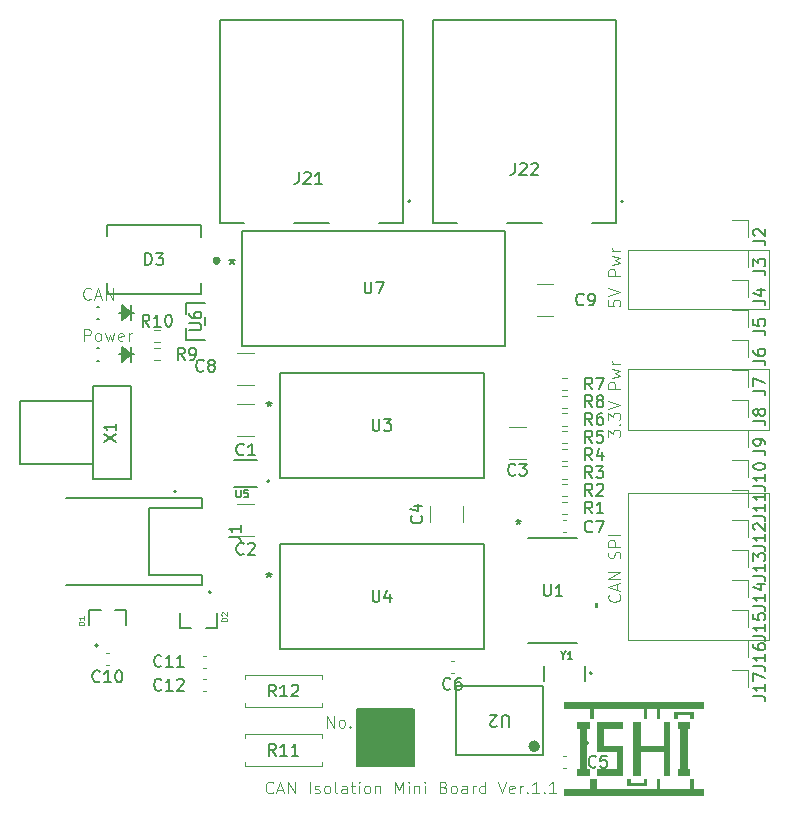
<source format=gto>
%TF.GenerationSoftware,KiCad,Pcbnew,9.0.4*%
%TF.CreationDate,2025-11-06T05:06:55+09:00*%
%TF.ProjectId,CAN_Isolation_mini,43414e5f-4973-46f6-9c61-74696f6e5f6d,Ver.1.1*%
%TF.SameCoordinates,Original*%
%TF.FileFunction,Legend,Top*%
%TF.FilePolarity,Positive*%
%FSLAX46Y46*%
G04 Gerber Fmt 4.6, Leading zero omitted, Abs format (unit mm)*
G04 Created by KiCad (PCBNEW 9.0.4) date 2025-11-06 05:06:55*
%MOMM*%
%LPD*%
G01*
G04 APERTURE LIST*
%ADD10C,0.100000*%
%ADD11C,0.150000*%
%ADD12C,0.120000*%
%ADD13C,0.200000*%
%ADD14C,0.300000*%
%ADD15C,0.500000*%
%ADD16C,0.250000*%
%ADD17C,0.000000*%
%ADD18C,0.152400*%
%ADD19C,0.127000*%
G04 APERTURE END LIST*
D10*
X136000000Y-90500000D02*
X148000000Y-90500000D01*
X148000000Y-95740000D01*
X136000000Y-95740000D01*
X136000000Y-90500000D01*
X136000000Y-101000000D02*
X148000000Y-101000000D01*
X148000000Y-113500000D01*
X136000000Y-113500000D01*
X136000000Y-101000000D01*
X136000000Y-80500000D02*
X148000000Y-80500000D01*
X148000000Y-85500000D01*
X136000000Y-85500000D01*
X136000000Y-80500000D01*
X135277180Y-109624687D02*
X135324800Y-109672306D01*
X135324800Y-109672306D02*
X135372419Y-109815163D01*
X135372419Y-109815163D02*
X135372419Y-109910401D01*
X135372419Y-109910401D02*
X135324800Y-110053258D01*
X135324800Y-110053258D02*
X135229561Y-110148496D01*
X135229561Y-110148496D02*
X135134323Y-110196115D01*
X135134323Y-110196115D02*
X134943847Y-110243734D01*
X134943847Y-110243734D02*
X134800990Y-110243734D01*
X134800990Y-110243734D02*
X134610514Y-110196115D01*
X134610514Y-110196115D02*
X134515276Y-110148496D01*
X134515276Y-110148496D02*
X134420038Y-110053258D01*
X134420038Y-110053258D02*
X134372419Y-109910401D01*
X134372419Y-109910401D02*
X134372419Y-109815163D01*
X134372419Y-109815163D02*
X134420038Y-109672306D01*
X134420038Y-109672306D02*
X134467657Y-109624687D01*
X135086704Y-109243734D02*
X135086704Y-108767544D01*
X135372419Y-109338972D02*
X134372419Y-109005639D01*
X134372419Y-109005639D02*
X135372419Y-108672306D01*
X135372419Y-108338972D02*
X134372419Y-108338972D01*
X134372419Y-108338972D02*
X135372419Y-107767544D01*
X135372419Y-107767544D02*
X134372419Y-107767544D01*
X135324800Y-106577067D02*
X135372419Y-106434210D01*
X135372419Y-106434210D02*
X135372419Y-106196115D01*
X135372419Y-106196115D02*
X135324800Y-106100877D01*
X135324800Y-106100877D02*
X135277180Y-106053258D01*
X135277180Y-106053258D02*
X135181942Y-106005639D01*
X135181942Y-106005639D02*
X135086704Y-106005639D01*
X135086704Y-106005639D02*
X134991466Y-106053258D01*
X134991466Y-106053258D02*
X134943847Y-106100877D01*
X134943847Y-106100877D02*
X134896228Y-106196115D01*
X134896228Y-106196115D02*
X134848609Y-106386591D01*
X134848609Y-106386591D02*
X134800990Y-106481829D01*
X134800990Y-106481829D02*
X134753371Y-106529448D01*
X134753371Y-106529448D02*
X134658133Y-106577067D01*
X134658133Y-106577067D02*
X134562895Y-106577067D01*
X134562895Y-106577067D02*
X134467657Y-106529448D01*
X134467657Y-106529448D02*
X134420038Y-106481829D01*
X134420038Y-106481829D02*
X134372419Y-106386591D01*
X134372419Y-106386591D02*
X134372419Y-106148496D01*
X134372419Y-106148496D02*
X134420038Y-106005639D01*
X135372419Y-105577067D02*
X134372419Y-105577067D01*
X134372419Y-105577067D02*
X134372419Y-105196115D01*
X134372419Y-105196115D02*
X134420038Y-105100877D01*
X134420038Y-105100877D02*
X134467657Y-105053258D01*
X134467657Y-105053258D02*
X134562895Y-105005639D01*
X134562895Y-105005639D02*
X134705752Y-105005639D01*
X134705752Y-105005639D02*
X134800990Y-105053258D01*
X134800990Y-105053258D02*
X134848609Y-105100877D01*
X134848609Y-105100877D02*
X134896228Y-105196115D01*
X134896228Y-105196115D02*
X134896228Y-105577067D01*
X135372419Y-104577067D02*
X134372419Y-104577067D01*
X110539884Y-120903419D02*
X110539884Y-119903419D01*
X110539884Y-119903419D02*
X111111312Y-120903419D01*
X111111312Y-120903419D02*
X111111312Y-119903419D01*
X111730360Y-120903419D02*
X111635122Y-120855800D01*
X111635122Y-120855800D02*
X111587503Y-120808180D01*
X111587503Y-120808180D02*
X111539884Y-120712942D01*
X111539884Y-120712942D02*
X111539884Y-120427228D01*
X111539884Y-120427228D02*
X111587503Y-120331990D01*
X111587503Y-120331990D02*
X111635122Y-120284371D01*
X111635122Y-120284371D02*
X111730360Y-120236752D01*
X111730360Y-120236752D02*
X111873217Y-120236752D01*
X111873217Y-120236752D02*
X111968455Y-120284371D01*
X111968455Y-120284371D02*
X112016074Y-120331990D01*
X112016074Y-120331990D02*
X112063693Y-120427228D01*
X112063693Y-120427228D02*
X112063693Y-120712942D01*
X112063693Y-120712942D02*
X112016074Y-120808180D01*
X112016074Y-120808180D02*
X111968455Y-120855800D01*
X111968455Y-120855800D02*
X111873217Y-120903419D01*
X111873217Y-120903419D02*
X111730360Y-120903419D01*
X112492265Y-120808180D02*
X112539884Y-120855800D01*
X112539884Y-120855800D02*
X112492265Y-120903419D01*
X112492265Y-120903419D02*
X112444646Y-120855800D01*
X112444646Y-120855800D02*
X112492265Y-120808180D01*
X112492265Y-120808180D02*
X112492265Y-120903419D01*
X105975312Y-126377180D02*
X105927693Y-126424800D01*
X105927693Y-126424800D02*
X105784836Y-126472419D01*
X105784836Y-126472419D02*
X105689598Y-126472419D01*
X105689598Y-126472419D02*
X105546741Y-126424800D01*
X105546741Y-126424800D02*
X105451503Y-126329561D01*
X105451503Y-126329561D02*
X105403884Y-126234323D01*
X105403884Y-126234323D02*
X105356265Y-126043847D01*
X105356265Y-126043847D02*
X105356265Y-125900990D01*
X105356265Y-125900990D02*
X105403884Y-125710514D01*
X105403884Y-125710514D02*
X105451503Y-125615276D01*
X105451503Y-125615276D02*
X105546741Y-125520038D01*
X105546741Y-125520038D02*
X105689598Y-125472419D01*
X105689598Y-125472419D02*
X105784836Y-125472419D01*
X105784836Y-125472419D02*
X105927693Y-125520038D01*
X105927693Y-125520038D02*
X105975312Y-125567657D01*
X106356265Y-126186704D02*
X106832455Y-126186704D01*
X106261027Y-126472419D02*
X106594360Y-125472419D01*
X106594360Y-125472419D02*
X106927693Y-126472419D01*
X107261027Y-126472419D02*
X107261027Y-125472419D01*
X107261027Y-125472419D02*
X107832455Y-126472419D01*
X107832455Y-126472419D02*
X107832455Y-125472419D01*
X109070551Y-126472419D02*
X109070551Y-125472419D01*
X109499122Y-126424800D02*
X109594360Y-126472419D01*
X109594360Y-126472419D02*
X109784836Y-126472419D01*
X109784836Y-126472419D02*
X109880074Y-126424800D01*
X109880074Y-126424800D02*
X109927693Y-126329561D01*
X109927693Y-126329561D02*
X109927693Y-126281942D01*
X109927693Y-126281942D02*
X109880074Y-126186704D01*
X109880074Y-126186704D02*
X109784836Y-126139085D01*
X109784836Y-126139085D02*
X109641979Y-126139085D01*
X109641979Y-126139085D02*
X109546741Y-126091466D01*
X109546741Y-126091466D02*
X109499122Y-125996228D01*
X109499122Y-125996228D02*
X109499122Y-125948609D01*
X109499122Y-125948609D02*
X109546741Y-125853371D01*
X109546741Y-125853371D02*
X109641979Y-125805752D01*
X109641979Y-125805752D02*
X109784836Y-125805752D01*
X109784836Y-125805752D02*
X109880074Y-125853371D01*
X110499122Y-126472419D02*
X110403884Y-126424800D01*
X110403884Y-126424800D02*
X110356265Y-126377180D01*
X110356265Y-126377180D02*
X110308646Y-126281942D01*
X110308646Y-126281942D02*
X110308646Y-125996228D01*
X110308646Y-125996228D02*
X110356265Y-125900990D01*
X110356265Y-125900990D02*
X110403884Y-125853371D01*
X110403884Y-125853371D02*
X110499122Y-125805752D01*
X110499122Y-125805752D02*
X110641979Y-125805752D01*
X110641979Y-125805752D02*
X110737217Y-125853371D01*
X110737217Y-125853371D02*
X110784836Y-125900990D01*
X110784836Y-125900990D02*
X110832455Y-125996228D01*
X110832455Y-125996228D02*
X110832455Y-126281942D01*
X110832455Y-126281942D02*
X110784836Y-126377180D01*
X110784836Y-126377180D02*
X110737217Y-126424800D01*
X110737217Y-126424800D02*
X110641979Y-126472419D01*
X110641979Y-126472419D02*
X110499122Y-126472419D01*
X111403884Y-126472419D02*
X111308646Y-126424800D01*
X111308646Y-126424800D02*
X111261027Y-126329561D01*
X111261027Y-126329561D02*
X111261027Y-125472419D01*
X112213408Y-126472419D02*
X112213408Y-125948609D01*
X112213408Y-125948609D02*
X112165789Y-125853371D01*
X112165789Y-125853371D02*
X112070551Y-125805752D01*
X112070551Y-125805752D02*
X111880075Y-125805752D01*
X111880075Y-125805752D02*
X111784837Y-125853371D01*
X112213408Y-126424800D02*
X112118170Y-126472419D01*
X112118170Y-126472419D02*
X111880075Y-126472419D01*
X111880075Y-126472419D02*
X111784837Y-126424800D01*
X111784837Y-126424800D02*
X111737218Y-126329561D01*
X111737218Y-126329561D02*
X111737218Y-126234323D01*
X111737218Y-126234323D02*
X111784837Y-126139085D01*
X111784837Y-126139085D02*
X111880075Y-126091466D01*
X111880075Y-126091466D02*
X112118170Y-126091466D01*
X112118170Y-126091466D02*
X112213408Y-126043847D01*
X112546742Y-125805752D02*
X112927694Y-125805752D01*
X112689599Y-125472419D02*
X112689599Y-126329561D01*
X112689599Y-126329561D02*
X112737218Y-126424800D01*
X112737218Y-126424800D02*
X112832456Y-126472419D01*
X112832456Y-126472419D02*
X112927694Y-126472419D01*
X113261028Y-126472419D02*
X113261028Y-125805752D01*
X113261028Y-125472419D02*
X113213409Y-125520038D01*
X113213409Y-125520038D02*
X113261028Y-125567657D01*
X113261028Y-125567657D02*
X113308647Y-125520038D01*
X113308647Y-125520038D02*
X113261028Y-125472419D01*
X113261028Y-125472419D02*
X113261028Y-125567657D01*
X113880075Y-126472419D02*
X113784837Y-126424800D01*
X113784837Y-126424800D02*
X113737218Y-126377180D01*
X113737218Y-126377180D02*
X113689599Y-126281942D01*
X113689599Y-126281942D02*
X113689599Y-125996228D01*
X113689599Y-125996228D02*
X113737218Y-125900990D01*
X113737218Y-125900990D02*
X113784837Y-125853371D01*
X113784837Y-125853371D02*
X113880075Y-125805752D01*
X113880075Y-125805752D02*
X114022932Y-125805752D01*
X114022932Y-125805752D02*
X114118170Y-125853371D01*
X114118170Y-125853371D02*
X114165789Y-125900990D01*
X114165789Y-125900990D02*
X114213408Y-125996228D01*
X114213408Y-125996228D02*
X114213408Y-126281942D01*
X114213408Y-126281942D02*
X114165789Y-126377180D01*
X114165789Y-126377180D02*
X114118170Y-126424800D01*
X114118170Y-126424800D02*
X114022932Y-126472419D01*
X114022932Y-126472419D02*
X113880075Y-126472419D01*
X114641980Y-125805752D02*
X114641980Y-126472419D01*
X114641980Y-125900990D02*
X114689599Y-125853371D01*
X114689599Y-125853371D02*
X114784837Y-125805752D01*
X114784837Y-125805752D02*
X114927694Y-125805752D01*
X114927694Y-125805752D02*
X115022932Y-125853371D01*
X115022932Y-125853371D02*
X115070551Y-125948609D01*
X115070551Y-125948609D02*
X115070551Y-126472419D01*
X116308647Y-126472419D02*
X116308647Y-125472419D01*
X116308647Y-125472419D02*
X116641980Y-126186704D01*
X116641980Y-126186704D02*
X116975313Y-125472419D01*
X116975313Y-125472419D02*
X116975313Y-126472419D01*
X117451504Y-126472419D02*
X117451504Y-125805752D01*
X117451504Y-125472419D02*
X117403885Y-125520038D01*
X117403885Y-125520038D02*
X117451504Y-125567657D01*
X117451504Y-125567657D02*
X117499123Y-125520038D01*
X117499123Y-125520038D02*
X117451504Y-125472419D01*
X117451504Y-125472419D02*
X117451504Y-125567657D01*
X117927694Y-125805752D02*
X117927694Y-126472419D01*
X117927694Y-125900990D02*
X117975313Y-125853371D01*
X117975313Y-125853371D02*
X118070551Y-125805752D01*
X118070551Y-125805752D02*
X118213408Y-125805752D01*
X118213408Y-125805752D02*
X118308646Y-125853371D01*
X118308646Y-125853371D02*
X118356265Y-125948609D01*
X118356265Y-125948609D02*
X118356265Y-126472419D01*
X118832456Y-126472419D02*
X118832456Y-125805752D01*
X118832456Y-125472419D02*
X118784837Y-125520038D01*
X118784837Y-125520038D02*
X118832456Y-125567657D01*
X118832456Y-125567657D02*
X118880075Y-125520038D01*
X118880075Y-125520038D02*
X118832456Y-125472419D01*
X118832456Y-125472419D02*
X118832456Y-125567657D01*
X120403884Y-125948609D02*
X120546741Y-125996228D01*
X120546741Y-125996228D02*
X120594360Y-126043847D01*
X120594360Y-126043847D02*
X120641979Y-126139085D01*
X120641979Y-126139085D02*
X120641979Y-126281942D01*
X120641979Y-126281942D02*
X120594360Y-126377180D01*
X120594360Y-126377180D02*
X120546741Y-126424800D01*
X120546741Y-126424800D02*
X120451503Y-126472419D01*
X120451503Y-126472419D02*
X120070551Y-126472419D01*
X120070551Y-126472419D02*
X120070551Y-125472419D01*
X120070551Y-125472419D02*
X120403884Y-125472419D01*
X120403884Y-125472419D02*
X120499122Y-125520038D01*
X120499122Y-125520038D02*
X120546741Y-125567657D01*
X120546741Y-125567657D02*
X120594360Y-125662895D01*
X120594360Y-125662895D02*
X120594360Y-125758133D01*
X120594360Y-125758133D02*
X120546741Y-125853371D01*
X120546741Y-125853371D02*
X120499122Y-125900990D01*
X120499122Y-125900990D02*
X120403884Y-125948609D01*
X120403884Y-125948609D02*
X120070551Y-125948609D01*
X121213408Y-126472419D02*
X121118170Y-126424800D01*
X121118170Y-126424800D02*
X121070551Y-126377180D01*
X121070551Y-126377180D02*
X121022932Y-126281942D01*
X121022932Y-126281942D02*
X121022932Y-125996228D01*
X121022932Y-125996228D02*
X121070551Y-125900990D01*
X121070551Y-125900990D02*
X121118170Y-125853371D01*
X121118170Y-125853371D02*
X121213408Y-125805752D01*
X121213408Y-125805752D02*
X121356265Y-125805752D01*
X121356265Y-125805752D02*
X121451503Y-125853371D01*
X121451503Y-125853371D02*
X121499122Y-125900990D01*
X121499122Y-125900990D02*
X121546741Y-125996228D01*
X121546741Y-125996228D02*
X121546741Y-126281942D01*
X121546741Y-126281942D02*
X121499122Y-126377180D01*
X121499122Y-126377180D02*
X121451503Y-126424800D01*
X121451503Y-126424800D02*
X121356265Y-126472419D01*
X121356265Y-126472419D02*
X121213408Y-126472419D01*
X122403884Y-126472419D02*
X122403884Y-125948609D01*
X122403884Y-125948609D02*
X122356265Y-125853371D01*
X122356265Y-125853371D02*
X122261027Y-125805752D01*
X122261027Y-125805752D02*
X122070551Y-125805752D01*
X122070551Y-125805752D02*
X121975313Y-125853371D01*
X122403884Y-126424800D02*
X122308646Y-126472419D01*
X122308646Y-126472419D02*
X122070551Y-126472419D01*
X122070551Y-126472419D02*
X121975313Y-126424800D01*
X121975313Y-126424800D02*
X121927694Y-126329561D01*
X121927694Y-126329561D02*
X121927694Y-126234323D01*
X121927694Y-126234323D02*
X121975313Y-126139085D01*
X121975313Y-126139085D02*
X122070551Y-126091466D01*
X122070551Y-126091466D02*
X122308646Y-126091466D01*
X122308646Y-126091466D02*
X122403884Y-126043847D01*
X122880075Y-126472419D02*
X122880075Y-125805752D01*
X122880075Y-125996228D02*
X122927694Y-125900990D01*
X122927694Y-125900990D02*
X122975313Y-125853371D01*
X122975313Y-125853371D02*
X123070551Y-125805752D01*
X123070551Y-125805752D02*
X123165789Y-125805752D01*
X123927694Y-126472419D02*
X123927694Y-125472419D01*
X123927694Y-126424800D02*
X123832456Y-126472419D01*
X123832456Y-126472419D02*
X123641980Y-126472419D01*
X123641980Y-126472419D02*
X123546742Y-126424800D01*
X123546742Y-126424800D02*
X123499123Y-126377180D01*
X123499123Y-126377180D02*
X123451504Y-126281942D01*
X123451504Y-126281942D02*
X123451504Y-125996228D01*
X123451504Y-125996228D02*
X123499123Y-125900990D01*
X123499123Y-125900990D02*
X123546742Y-125853371D01*
X123546742Y-125853371D02*
X123641980Y-125805752D01*
X123641980Y-125805752D02*
X123832456Y-125805752D01*
X123832456Y-125805752D02*
X123927694Y-125853371D01*
X125022933Y-125472419D02*
X125356266Y-126472419D01*
X125356266Y-126472419D02*
X125689599Y-125472419D01*
X126403885Y-126424800D02*
X126308647Y-126472419D01*
X126308647Y-126472419D02*
X126118171Y-126472419D01*
X126118171Y-126472419D02*
X126022933Y-126424800D01*
X126022933Y-126424800D02*
X125975314Y-126329561D01*
X125975314Y-126329561D02*
X125975314Y-125948609D01*
X125975314Y-125948609D02*
X126022933Y-125853371D01*
X126022933Y-125853371D02*
X126118171Y-125805752D01*
X126118171Y-125805752D02*
X126308647Y-125805752D01*
X126308647Y-125805752D02*
X126403885Y-125853371D01*
X126403885Y-125853371D02*
X126451504Y-125948609D01*
X126451504Y-125948609D02*
X126451504Y-126043847D01*
X126451504Y-126043847D02*
X125975314Y-126139085D01*
X126880076Y-126472419D02*
X126880076Y-125805752D01*
X126880076Y-125996228D02*
X126927695Y-125900990D01*
X126927695Y-125900990D02*
X126975314Y-125853371D01*
X126975314Y-125853371D02*
X127070552Y-125805752D01*
X127070552Y-125805752D02*
X127165790Y-125805752D01*
X127499124Y-126377180D02*
X127546743Y-126424800D01*
X127546743Y-126424800D02*
X127499124Y-126472419D01*
X127499124Y-126472419D02*
X127451505Y-126424800D01*
X127451505Y-126424800D02*
X127499124Y-126377180D01*
X127499124Y-126377180D02*
X127499124Y-126472419D01*
X128499123Y-126472419D02*
X127927695Y-126472419D01*
X128213409Y-126472419D02*
X128213409Y-125472419D01*
X128213409Y-125472419D02*
X128118171Y-125615276D01*
X128118171Y-125615276D02*
X128022933Y-125710514D01*
X128022933Y-125710514D02*
X127927695Y-125758133D01*
X128927695Y-126377180D02*
X128975314Y-126424800D01*
X128975314Y-126424800D02*
X128927695Y-126472419D01*
X128927695Y-126472419D02*
X128880076Y-126424800D01*
X128880076Y-126424800D02*
X128927695Y-126377180D01*
X128927695Y-126377180D02*
X128927695Y-126472419D01*
X129927694Y-126472419D02*
X129356266Y-126472419D01*
X129641980Y-126472419D02*
X129641980Y-125472419D01*
X129641980Y-125472419D02*
X129546742Y-125615276D01*
X129546742Y-125615276D02*
X129451504Y-125710514D01*
X129451504Y-125710514D02*
X129356266Y-125758133D01*
X134372419Y-96291353D02*
X134372419Y-95672306D01*
X134372419Y-95672306D02*
X134753371Y-96005639D01*
X134753371Y-96005639D02*
X134753371Y-95862782D01*
X134753371Y-95862782D02*
X134800990Y-95767544D01*
X134800990Y-95767544D02*
X134848609Y-95719925D01*
X134848609Y-95719925D02*
X134943847Y-95672306D01*
X134943847Y-95672306D02*
X135181942Y-95672306D01*
X135181942Y-95672306D02*
X135277180Y-95719925D01*
X135277180Y-95719925D02*
X135324800Y-95767544D01*
X135324800Y-95767544D02*
X135372419Y-95862782D01*
X135372419Y-95862782D02*
X135372419Y-96148496D01*
X135372419Y-96148496D02*
X135324800Y-96243734D01*
X135324800Y-96243734D02*
X135277180Y-96291353D01*
X135277180Y-95243734D02*
X135324800Y-95196115D01*
X135324800Y-95196115D02*
X135372419Y-95243734D01*
X135372419Y-95243734D02*
X135324800Y-95291353D01*
X135324800Y-95291353D02*
X135277180Y-95243734D01*
X135277180Y-95243734D02*
X135372419Y-95243734D01*
X134372419Y-94862782D02*
X134372419Y-94243735D01*
X134372419Y-94243735D02*
X134753371Y-94577068D01*
X134753371Y-94577068D02*
X134753371Y-94434211D01*
X134753371Y-94434211D02*
X134800990Y-94338973D01*
X134800990Y-94338973D02*
X134848609Y-94291354D01*
X134848609Y-94291354D02*
X134943847Y-94243735D01*
X134943847Y-94243735D02*
X135181942Y-94243735D01*
X135181942Y-94243735D02*
X135277180Y-94291354D01*
X135277180Y-94291354D02*
X135324800Y-94338973D01*
X135324800Y-94338973D02*
X135372419Y-94434211D01*
X135372419Y-94434211D02*
X135372419Y-94719925D01*
X135372419Y-94719925D02*
X135324800Y-94815163D01*
X135324800Y-94815163D02*
X135277180Y-94862782D01*
X134372419Y-93958020D02*
X135372419Y-93624687D01*
X135372419Y-93624687D02*
X134372419Y-93291354D01*
X135372419Y-92196115D02*
X134372419Y-92196115D01*
X134372419Y-92196115D02*
X134372419Y-91815163D01*
X134372419Y-91815163D02*
X134420038Y-91719925D01*
X134420038Y-91719925D02*
X134467657Y-91672306D01*
X134467657Y-91672306D02*
X134562895Y-91624687D01*
X134562895Y-91624687D02*
X134705752Y-91624687D01*
X134705752Y-91624687D02*
X134800990Y-91672306D01*
X134800990Y-91672306D02*
X134848609Y-91719925D01*
X134848609Y-91719925D02*
X134896228Y-91815163D01*
X134896228Y-91815163D02*
X134896228Y-92196115D01*
X134705752Y-91291353D02*
X135372419Y-91100877D01*
X135372419Y-91100877D02*
X134896228Y-90910401D01*
X134896228Y-90910401D02*
X135372419Y-90719925D01*
X135372419Y-90719925D02*
X134705752Y-90529449D01*
X135372419Y-90148496D02*
X134705752Y-90148496D01*
X134896228Y-90148496D02*
X134800990Y-90100877D01*
X134800990Y-90100877D02*
X134753371Y-90053258D01*
X134753371Y-90053258D02*
X134705752Y-89958020D01*
X134705752Y-89958020D02*
X134705752Y-89862782D01*
X90532407Y-84572085D02*
X90484788Y-84619705D01*
X90484788Y-84619705D02*
X90341931Y-84667324D01*
X90341931Y-84667324D02*
X90246693Y-84667324D01*
X90246693Y-84667324D02*
X90103836Y-84619705D01*
X90103836Y-84619705D02*
X90008598Y-84524466D01*
X90008598Y-84524466D02*
X89960979Y-84429228D01*
X89960979Y-84429228D02*
X89913360Y-84238752D01*
X89913360Y-84238752D02*
X89913360Y-84095895D01*
X89913360Y-84095895D02*
X89960979Y-83905419D01*
X89960979Y-83905419D02*
X90008598Y-83810181D01*
X90008598Y-83810181D02*
X90103836Y-83714943D01*
X90103836Y-83714943D02*
X90246693Y-83667324D01*
X90246693Y-83667324D02*
X90341931Y-83667324D01*
X90341931Y-83667324D02*
X90484788Y-83714943D01*
X90484788Y-83714943D02*
X90532407Y-83762562D01*
X90913360Y-84381609D02*
X91389550Y-84381609D01*
X90818122Y-84667324D02*
X91151455Y-83667324D01*
X91151455Y-83667324D02*
X91484788Y-84667324D01*
X91818122Y-84667324D02*
X91818122Y-83667324D01*
X91818122Y-83667324D02*
X92389550Y-84667324D01*
X92389550Y-84667324D02*
X92389550Y-83667324D01*
X89960979Y-88167324D02*
X89960979Y-87167324D01*
X89960979Y-87167324D02*
X90341931Y-87167324D01*
X90341931Y-87167324D02*
X90437169Y-87214943D01*
X90437169Y-87214943D02*
X90484788Y-87262562D01*
X90484788Y-87262562D02*
X90532407Y-87357800D01*
X90532407Y-87357800D02*
X90532407Y-87500657D01*
X90532407Y-87500657D02*
X90484788Y-87595895D01*
X90484788Y-87595895D02*
X90437169Y-87643514D01*
X90437169Y-87643514D02*
X90341931Y-87691133D01*
X90341931Y-87691133D02*
X89960979Y-87691133D01*
X91103836Y-88167324D02*
X91008598Y-88119705D01*
X91008598Y-88119705D02*
X90960979Y-88072085D01*
X90960979Y-88072085D02*
X90913360Y-87976847D01*
X90913360Y-87976847D02*
X90913360Y-87691133D01*
X90913360Y-87691133D02*
X90960979Y-87595895D01*
X90960979Y-87595895D02*
X91008598Y-87548276D01*
X91008598Y-87548276D02*
X91103836Y-87500657D01*
X91103836Y-87500657D02*
X91246693Y-87500657D01*
X91246693Y-87500657D02*
X91341931Y-87548276D01*
X91341931Y-87548276D02*
X91389550Y-87595895D01*
X91389550Y-87595895D02*
X91437169Y-87691133D01*
X91437169Y-87691133D02*
X91437169Y-87976847D01*
X91437169Y-87976847D02*
X91389550Y-88072085D01*
X91389550Y-88072085D02*
X91341931Y-88119705D01*
X91341931Y-88119705D02*
X91246693Y-88167324D01*
X91246693Y-88167324D02*
X91103836Y-88167324D01*
X91770503Y-87500657D02*
X91960979Y-88167324D01*
X91960979Y-88167324D02*
X92151455Y-87691133D01*
X92151455Y-87691133D02*
X92341931Y-88167324D01*
X92341931Y-88167324D02*
X92532407Y-87500657D01*
X93294312Y-88119705D02*
X93199074Y-88167324D01*
X93199074Y-88167324D02*
X93008598Y-88167324D01*
X93008598Y-88167324D02*
X92913360Y-88119705D01*
X92913360Y-88119705D02*
X92865741Y-88024466D01*
X92865741Y-88024466D02*
X92865741Y-87643514D01*
X92865741Y-87643514D02*
X92913360Y-87548276D01*
X92913360Y-87548276D02*
X93008598Y-87500657D01*
X93008598Y-87500657D02*
X93199074Y-87500657D01*
X93199074Y-87500657D02*
X93294312Y-87548276D01*
X93294312Y-87548276D02*
X93341931Y-87643514D01*
X93341931Y-87643514D02*
X93341931Y-87738752D01*
X93341931Y-87738752D02*
X92865741Y-87833990D01*
X93770503Y-88167324D02*
X93770503Y-87500657D01*
X93770503Y-87691133D02*
X93818122Y-87595895D01*
X93818122Y-87595895D02*
X93865741Y-87548276D01*
X93865741Y-87548276D02*
X93960979Y-87500657D01*
X93960979Y-87500657D02*
X94056217Y-87500657D01*
X134372419Y-84719925D02*
X134372419Y-85196115D01*
X134372419Y-85196115D02*
X134848609Y-85243734D01*
X134848609Y-85243734D02*
X134800990Y-85196115D01*
X134800990Y-85196115D02*
X134753371Y-85100877D01*
X134753371Y-85100877D02*
X134753371Y-84862782D01*
X134753371Y-84862782D02*
X134800990Y-84767544D01*
X134800990Y-84767544D02*
X134848609Y-84719925D01*
X134848609Y-84719925D02*
X134943847Y-84672306D01*
X134943847Y-84672306D02*
X135181942Y-84672306D01*
X135181942Y-84672306D02*
X135277180Y-84719925D01*
X135277180Y-84719925D02*
X135324800Y-84767544D01*
X135324800Y-84767544D02*
X135372419Y-84862782D01*
X135372419Y-84862782D02*
X135372419Y-85100877D01*
X135372419Y-85100877D02*
X135324800Y-85196115D01*
X135324800Y-85196115D02*
X135277180Y-85243734D01*
X134372419Y-84386591D02*
X135372419Y-84053258D01*
X135372419Y-84053258D02*
X134372419Y-83719925D01*
X135372419Y-82624686D02*
X134372419Y-82624686D01*
X134372419Y-82624686D02*
X134372419Y-82243734D01*
X134372419Y-82243734D02*
X134420038Y-82148496D01*
X134420038Y-82148496D02*
X134467657Y-82100877D01*
X134467657Y-82100877D02*
X134562895Y-82053258D01*
X134562895Y-82053258D02*
X134705752Y-82053258D01*
X134705752Y-82053258D02*
X134800990Y-82100877D01*
X134800990Y-82100877D02*
X134848609Y-82148496D01*
X134848609Y-82148496D02*
X134896228Y-82243734D01*
X134896228Y-82243734D02*
X134896228Y-82624686D01*
X134705752Y-81719924D02*
X135372419Y-81529448D01*
X135372419Y-81529448D02*
X134896228Y-81338972D01*
X134896228Y-81338972D02*
X135372419Y-81148496D01*
X135372419Y-81148496D02*
X134705752Y-80958020D01*
X135372419Y-80577067D02*
X134705752Y-80577067D01*
X134896228Y-80577067D02*
X134800990Y-80529448D01*
X134800990Y-80529448D02*
X134753371Y-80481829D01*
X134753371Y-80481829D02*
X134705752Y-80386591D01*
X134705752Y-80386591D02*
X134705752Y-80291353D01*
D11*
X95147890Y-81736309D02*
X95147890Y-80733089D01*
X95147890Y-80733089D02*
X95386752Y-80733089D01*
X95386752Y-80733089D02*
X95530069Y-80780861D01*
X95530069Y-80780861D02*
X95625614Y-80876406D01*
X95625614Y-80876406D02*
X95673387Y-80971951D01*
X95673387Y-80971951D02*
X95721159Y-81163040D01*
X95721159Y-81163040D02*
X95721159Y-81306357D01*
X95721159Y-81306357D02*
X95673387Y-81497447D01*
X95673387Y-81497447D02*
X95625614Y-81592992D01*
X95625614Y-81592992D02*
X95530069Y-81688537D01*
X95530069Y-81688537D02*
X95386752Y-81736309D01*
X95386752Y-81736309D02*
X95147890Y-81736309D01*
X96055566Y-80733089D02*
X96676607Y-80733089D01*
X96676607Y-80733089D02*
X96342200Y-81115268D01*
X96342200Y-81115268D02*
X96485517Y-81115268D01*
X96485517Y-81115268D02*
X96581062Y-81163040D01*
X96581062Y-81163040D02*
X96628834Y-81210813D01*
X96628834Y-81210813D02*
X96676607Y-81306357D01*
X96676607Y-81306357D02*
X96676607Y-81545219D01*
X96676607Y-81545219D02*
X96628834Y-81640764D01*
X96628834Y-81640764D02*
X96581062Y-81688537D01*
X96581062Y-81688537D02*
X96485517Y-81736309D01*
X96485517Y-81736309D02*
X96198883Y-81736309D01*
X96198883Y-81736309D02*
X96103338Y-81688537D01*
X96103338Y-81688537D02*
X96055566Y-81640764D01*
X132993333Y-104279580D02*
X132945714Y-104327200D01*
X132945714Y-104327200D02*
X132802857Y-104374819D01*
X132802857Y-104374819D02*
X132707619Y-104374819D01*
X132707619Y-104374819D02*
X132564762Y-104327200D01*
X132564762Y-104327200D02*
X132469524Y-104231961D01*
X132469524Y-104231961D02*
X132421905Y-104136723D01*
X132421905Y-104136723D02*
X132374286Y-103946247D01*
X132374286Y-103946247D02*
X132374286Y-103803390D01*
X132374286Y-103803390D02*
X132421905Y-103612914D01*
X132421905Y-103612914D02*
X132469524Y-103517676D01*
X132469524Y-103517676D02*
X132564762Y-103422438D01*
X132564762Y-103422438D02*
X132707619Y-103374819D01*
X132707619Y-103374819D02*
X132802857Y-103374819D01*
X132802857Y-103374819D02*
X132945714Y-103422438D01*
X132945714Y-103422438D02*
X132993333Y-103470057D01*
X133326667Y-103374819D02*
X133993333Y-103374819D01*
X133993333Y-103374819D02*
X133564762Y-104374819D01*
X98490428Y-89749724D02*
X98157095Y-89273533D01*
X97919000Y-89749724D02*
X97919000Y-88749724D01*
X97919000Y-88749724D02*
X98299952Y-88749724D01*
X98299952Y-88749724D02*
X98395190Y-88797343D01*
X98395190Y-88797343D02*
X98442809Y-88844962D01*
X98442809Y-88844962D02*
X98490428Y-88940200D01*
X98490428Y-88940200D02*
X98490428Y-89083057D01*
X98490428Y-89083057D02*
X98442809Y-89178295D01*
X98442809Y-89178295D02*
X98395190Y-89225914D01*
X98395190Y-89225914D02*
X98299952Y-89273533D01*
X98299952Y-89273533D02*
X97919000Y-89273533D01*
X98966619Y-89749724D02*
X99157095Y-89749724D01*
X99157095Y-89749724D02*
X99252333Y-89702105D01*
X99252333Y-89702105D02*
X99299952Y-89654485D01*
X99299952Y-89654485D02*
X99395190Y-89511628D01*
X99395190Y-89511628D02*
X99442809Y-89321152D01*
X99442809Y-89321152D02*
X99442809Y-88940200D01*
X99442809Y-88940200D02*
X99395190Y-88844962D01*
X99395190Y-88844962D02*
X99347571Y-88797343D01*
X99347571Y-88797343D02*
X99252333Y-88749724D01*
X99252333Y-88749724D02*
X99061857Y-88749724D01*
X99061857Y-88749724D02*
X98966619Y-88797343D01*
X98966619Y-88797343D02*
X98919000Y-88844962D01*
X98919000Y-88844962D02*
X98871381Y-88940200D01*
X98871381Y-88940200D02*
X98871381Y-89178295D01*
X98871381Y-89178295D02*
X98919000Y-89273533D01*
X98919000Y-89273533D02*
X98966619Y-89321152D01*
X98966619Y-89321152D02*
X99061857Y-89368771D01*
X99061857Y-89368771D02*
X99252333Y-89368771D01*
X99252333Y-89368771D02*
X99347571Y-89321152D01*
X99347571Y-89321152D02*
X99395190Y-89273533D01*
X99395190Y-89273533D02*
X99442809Y-89178295D01*
X125918999Y-120854180D02*
X125918999Y-120044657D01*
X125918999Y-120044657D02*
X125871380Y-119949419D01*
X125871380Y-119949419D02*
X125823761Y-119901800D01*
X125823761Y-119901800D02*
X125728523Y-119854180D01*
X125728523Y-119854180D02*
X125538047Y-119854180D01*
X125538047Y-119854180D02*
X125442809Y-119901800D01*
X125442809Y-119901800D02*
X125395190Y-119949419D01*
X125395190Y-119949419D02*
X125347571Y-120044657D01*
X125347571Y-120044657D02*
X125347571Y-120854180D01*
X124918999Y-120758942D02*
X124871380Y-120806561D01*
X124871380Y-120806561D02*
X124776142Y-120854180D01*
X124776142Y-120854180D02*
X124538047Y-120854180D01*
X124538047Y-120854180D02*
X124442809Y-120806561D01*
X124442809Y-120806561D02*
X124395190Y-120758942D01*
X124395190Y-120758942D02*
X124347571Y-120663704D01*
X124347571Y-120663704D02*
X124347571Y-120568466D01*
X124347571Y-120568466D02*
X124395190Y-120425609D01*
X124395190Y-120425609D02*
X124966618Y-119854180D01*
X124966618Y-119854180D02*
X124347571Y-119854180D01*
X146644819Y-89833333D02*
X147359104Y-89833333D01*
X147359104Y-89833333D02*
X147501961Y-89880952D01*
X147501961Y-89880952D02*
X147597200Y-89976190D01*
X147597200Y-89976190D02*
X147644819Y-90119047D01*
X147644819Y-90119047D02*
X147644819Y-90214285D01*
X146644819Y-88928571D02*
X146644819Y-89119047D01*
X146644819Y-89119047D02*
X146692438Y-89214285D01*
X146692438Y-89214285D02*
X146740057Y-89261904D01*
X146740057Y-89261904D02*
X146882914Y-89357142D01*
X146882914Y-89357142D02*
X147073390Y-89404761D01*
X147073390Y-89404761D02*
X147454342Y-89404761D01*
X147454342Y-89404761D02*
X147549580Y-89357142D01*
X147549580Y-89357142D02*
X147597200Y-89309523D01*
X147597200Y-89309523D02*
X147644819Y-89214285D01*
X147644819Y-89214285D02*
X147644819Y-89023809D01*
X147644819Y-89023809D02*
X147597200Y-88928571D01*
X147597200Y-88928571D02*
X147549580Y-88880952D01*
X147549580Y-88880952D02*
X147454342Y-88833333D01*
X147454342Y-88833333D02*
X147216247Y-88833333D01*
X147216247Y-88833333D02*
X147121009Y-88880952D01*
X147121009Y-88880952D02*
X147073390Y-88928571D01*
X147073390Y-88928571D02*
X147025771Y-89023809D01*
X147025771Y-89023809D02*
X147025771Y-89214285D01*
X147025771Y-89214285D02*
X147073390Y-89309523D01*
X147073390Y-89309523D02*
X147121009Y-89357142D01*
X147121009Y-89357142D02*
X147216247Y-89404761D01*
X146644819Y-82213333D02*
X147359104Y-82213333D01*
X147359104Y-82213333D02*
X147501961Y-82260952D01*
X147501961Y-82260952D02*
X147597200Y-82356190D01*
X147597200Y-82356190D02*
X147644819Y-82499047D01*
X147644819Y-82499047D02*
X147644819Y-82594285D01*
X146644819Y-81832380D02*
X146644819Y-81213333D01*
X146644819Y-81213333D02*
X147025771Y-81546666D01*
X147025771Y-81546666D02*
X147025771Y-81403809D01*
X147025771Y-81403809D02*
X147073390Y-81308571D01*
X147073390Y-81308571D02*
X147121009Y-81260952D01*
X147121009Y-81260952D02*
X147216247Y-81213333D01*
X147216247Y-81213333D02*
X147454342Y-81213333D01*
X147454342Y-81213333D02*
X147549580Y-81260952D01*
X147549580Y-81260952D02*
X147597200Y-81308571D01*
X147597200Y-81308571D02*
X147644819Y-81403809D01*
X147644819Y-81403809D02*
X147644819Y-81689523D01*
X147644819Y-81689523D02*
X147597200Y-81784761D01*
X147597200Y-81784761D02*
X147549580Y-81832380D01*
X91297142Y-116969580D02*
X91249523Y-117017200D01*
X91249523Y-117017200D02*
X91106666Y-117064819D01*
X91106666Y-117064819D02*
X91011428Y-117064819D01*
X91011428Y-117064819D02*
X90868571Y-117017200D01*
X90868571Y-117017200D02*
X90773333Y-116921961D01*
X90773333Y-116921961D02*
X90725714Y-116826723D01*
X90725714Y-116826723D02*
X90678095Y-116636247D01*
X90678095Y-116636247D02*
X90678095Y-116493390D01*
X90678095Y-116493390D02*
X90725714Y-116302914D01*
X90725714Y-116302914D02*
X90773333Y-116207676D01*
X90773333Y-116207676D02*
X90868571Y-116112438D01*
X90868571Y-116112438D02*
X91011428Y-116064819D01*
X91011428Y-116064819D02*
X91106666Y-116064819D01*
X91106666Y-116064819D02*
X91249523Y-116112438D01*
X91249523Y-116112438D02*
X91297142Y-116160057D01*
X92249523Y-117064819D02*
X91678095Y-117064819D01*
X91963809Y-117064819D02*
X91963809Y-116064819D01*
X91963809Y-116064819D02*
X91868571Y-116207676D01*
X91868571Y-116207676D02*
X91773333Y-116302914D01*
X91773333Y-116302914D02*
X91678095Y-116350533D01*
X92868571Y-116064819D02*
X92963809Y-116064819D01*
X92963809Y-116064819D02*
X93059047Y-116112438D01*
X93059047Y-116112438D02*
X93106666Y-116160057D01*
X93106666Y-116160057D02*
X93154285Y-116255295D01*
X93154285Y-116255295D02*
X93201904Y-116445771D01*
X93201904Y-116445771D02*
X93201904Y-116683866D01*
X93201904Y-116683866D02*
X93154285Y-116874342D01*
X93154285Y-116874342D02*
X93106666Y-116969580D01*
X93106666Y-116969580D02*
X93059047Y-117017200D01*
X93059047Y-117017200D02*
X92963809Y-117064819D01*
X92963809Y-117064819D02*
X92868571Y-117064819D01*
X92868571Y-117064819D02*
X92773333Y-117017200D01*
X92773333Y-117017200D02*
X92725714Y-116969580D01*
X92725714Y-116969580D02*
X92678095Y-116874342D01*
X92678095Y-116874342D02*
X92630476Y-116683866D01*
X92630476Y-116683866D02*
X92630476Y-116445771D01*
X92630476Y-116445771D02*
X92678095Y-116255295D01*
X92678095Y-116255295D02*
X92725714Y-116160057D01*
X92725714Y-116160057D02*
X92773333Y-116112438D01*
X92773333Y-116112438D02*
X92868571Y-116064819D01*
X146644819Y-94913333D02*
X147359104Y-94913333D01*
X147359104Y-94913333D02*
X147501961Y-94960952D01*
X147501961Y-94960952D02*
X147597200Y-95056190D01*
X147597200Y-95056190D02*
X147644819Y-95199047D01*
X147644819Y-95199047D02*
X147644819Y-95294285D01*
X147073390Y-94294285D02*
X147025771Y-94389523D01*
X147025771Y-94389523D02*
X146978152Y-94437142D01*
X146978152Y-94437142D02*
X146882914Y-94484761D01*
X146882914Y-94484761D02*
X146835295Y-94484761D01*
X146835295Y-94484761D02*
X146740057Y-94437142D01*
X146740057Y-94437142D02*
X146692438Y-94389523D01*
X146692438Y-94389523D02*
X146644819Y-94294285D01*
X146644819Y-94294285D02*
X146644819Y-94103809D01*
X146644819Y-94103809D02*
X146692438Y-94008571D01*
X146692438Y-94008571D02*
X146740057Y-93960952D01*
X146740057Y-93960952D02*
X146835295Y-93913333D01*
X146835295Y-93913333D02*
X146882914Y-93913333D01*
X146882914Y-93913333D02*
X146978152Y-93960952D01*
X146978152Y-93960952D02*
X147025771Y-94008571D01*
X147025771Y-94008571D02*
X147073390Y-94103809D01*
X147073390Y-94103809D02*
X147073390Y-94294285D01*
X147073390Y-94294285D02*
X147121009Y-94389523D01*
X147121009Y-94389523D02*
X147168628Y-94437142D01*
X147168628Y-94437142D02*
X147263866Y-94484761D01*
X147263866Y-94484761D02*
X147454342Y-94484761D01*
X147454342Y-94484761D02*
X147549580Y-94437142D01*
X147549580Y-94437142D02*
X147597200Y-94389523D01*
X147597200Y-94389523D02*
X147644819Y-94294285D01*
X147644819Y-94294285D02*
X147644819Y-94103809D01*
X147644819Y-94103809D02*
X147597200Y-94008571D01*
X147597200Y-94008571D02*
X147549580Y-93960952D01*
X147549580Y-93960952D02*
X147454342Y-93913333D01*
X147454342Y-93913333D02*
X147263866Y-93913333D01*
X147263866Y-93913333D02*
X147168628Y-93960952D01*
X147168628Y-93960952D02*
X147121009Y-94008571D01*
X147121009Y-94008571D02*
X147073390Y-94103809D01*
X91644819Y-96729523D02*
X92644819Y-96062857D01*
X91644819Y-96062857D02*
X92644819Y-96729523D01*
X92644819Y-95158095D02*
X92644819Y-95729523D01*
X92644819Y-95443809D02*
X91644819Y-95443809D01*
X91644819Y-95443809D02*
X91787676Y-95539047D01*
X91787676Y-95539047D02*
X91882914Y-95634285D01*
X91882914Y-95634285D02*
X91930533Y-95729523D01*
X146644819Y-103009523D02*
X147359104Y-103009523D01*
X147359104Y-103009523D02*
X147501961Y-103057142D01*
X147501961Y-103057142D02*
X147597200Y-103152380D01*
X147597200Y-103152380D02*
X147644819Y-103295237D01*
X147644819Y-103295237D02*
X147644819Y-103390475D01*
X147644819Y-102009523D02*
X147644819Y-102580951D01*
X147644819Y-102295237D02*
X146644819Y-102295237D01*
X146644819Y-102295237D02*
X146787676Y-102390475D01*
X146787676Y-102390475D02*
X146882914Y-102485713D01*
X146882914Y-102485713D02*
X146930533Y-102580951D01*
X147644819Y-101057142D02*
X147644819Y-101628570D01*
X147644819Y-101342856D02*
X146644819Y-101342856D01*
X146644819Y-101342856D02*
X146787676Y-101438094D01*
X146787676Y-101438094D02*
X146882914Y-101533332D01*
X146882914Y-101533332D02*
X146930533Y-101628570D01*
X146644819Y-118249523D02*
X147359104Y-118249523D01*
X147359104Y-118249523D02*
X147501961Y-118297142D01*
X147501961Y-118297142D02*
X147597200Y-118392380D01*
X147597200Y-118392380D02*
X147644819Y-118535237D01*
X147644819Y-118535237D02*
X147644819Y-118630475D01*
X147644819Y-117249523D02*
X147644819Y-117820951D01*
X147644819Y-117535237D02*
X146644819Y-117535237D01*
X146644819Y-117535237D02*
X146787676Y-117630475D01*
X146787676Y-117630475D02*
X146882914Y-117725713D01*
X146882914Y-117725713D02*
X146930533Y-117820951D01*
X146644819Y-116916189D02*
X146644819Y-116249523D01*
X146644819Y-116249523D02*
X147644819Y-116678094D01*
X102877475Y-100756676D02*
X102877475Y-101274771D01*
X102877475Y-101274771D02*
X102907952Y-101335723D01*
X102907952Y-101335723D02*
X102938428Y-101366200D01*
X102938428Y-101366200D02*
X102999380Y-101396676D01*
X102999380Y-101396676D02*
X103121285Y-101396676D01*
X103121285Y-101396676D02*
X103182237Y-101366200D01*
X103182237Y-101366200D02*
X103212714Y-101335723D01*
X103212714Y-101335723D02*
X103243190Y-101274771D01*
X103243190Y-101274771D02*
X103243190Y-100756676D01*
X103852713Y-100756676D02*
X103547951Y-100756676D01*
X103547951Y-100756676D02*
X103517475Y-101061438D01*
X103517475Y-101061438D02*
X103547951Y-101030961D01*
X103547951Y-101030961D02*
X103608904Y-101000485D01*
X103608904Y-101000485D02*
X103761285Y-101000485D01*
X103761285Y-101000485D02*
X103822237Y-101030961D01*
X103822237Y-101030961D02*
X103852713Y-101061438D01*
X103852713Y-101061438D02*
X103883190Y-101122390D01*
X103883190Y-101122390D02*
X103883190Y-101274771D01*
X103883190Y-101274771D02*
X103852713Y-101335723D01*
X103852713Y-101335723D02*
X103822237Y-101366200D01*
X103822237Y-101366200D02*
X103761285Y-101396676D01*
X103761285Y-101396676D02*
X103608904Y-101396676D01*
X103608904Y-101396676D02*
X103547951Y-101366200D01*
X103547951Y-101366200D02*
X103517475Y-101335723D01*
X146644819Y-113169523D02*
X147359104Y-113169523D01*
X147359104Y-113169523D02*
X147501961Y-113217142D01*
X147501961Y-113217142D02*
X147597200Y-113312380D01*
X147597200Y-113312380D02*
X147644819Y-113455237D01*
X147644819Y-113455237D02*
X147644819Y-113550475D01*
X147644819Y-112169523D02*
X147644819Y-112740951D01*
X147644819Y-112455237D02*
X146644819Y-112455237D01*
X146644819Y-112455237D02*
X146787676Y-112550475D01*
X146787676Y-112550475D02*
X146882914Y-112645713D01*
X146882914Y-112645713D02*
X146930533Y-112740951D01*
X146644819Y-111264761D02*
X146644819Y-111740951D01*
X146644819Y-111740951D02*
X147121009Y-111788570D01*
X147121009Y-111788570D02*
X147073390Y-111740951D01*
X147073390Y-111740951D02*
X147025771Y-111645713D01*
X147025771Y-111645713D02*
X147025771Y-111407618D01*
X147025771Y-111407618D02*
X147073390Y-111312380D01*
X147073390Y-111312380D02*
X147121009Y-111264761D01*
X147121009Y-111264761D02*
X147216247Y-111217142D01*
X147216247Y-111217142D02*
X147454342Y-111217142D01*
X147454342Y-111217142D02*
X147549580Y-111264761D01*
X147549580Y-111264761D02*
X147597200Y-111312380D01*
X147597200Y-111312380D02*
X147644819Y-111407618D01*
X147644819Y-111407618D02*
X147644819Y-111645713D01*
X147644819Y-111645713D02*
X147597200Y-111740951D01*
X147597200Y-111740951D02*
X147549580Y-111788570D01*
X146644819Y-108089523D02*
X147359104Y-108089523D01*
X147359104Y-108089523D02*
X147501961Y-108137142D01*
X147501961Y-108137142D02*
X147597200Y-108232380D01*
X147597200Y-108232380D02*
X147644819Y-108375237D01*
X147644819Y-108375237D02*
X147644819Y-108470475D01*
X147644819Y-107089523D02*
X147644819Y-107660951D01*
X147644819Y-107375237D02*
X146644819Y-107375237D01*
X146644819Y-107375237D02*
X146787676Y-107470475D01*
X146787676Y-107470475D02*
X146882914Y-107565713D01*
X146882914Y-107565713D02*
X146930533Y-107660951D01*
X146644819Y-106756189D02*
X146644819Y-106137142D01*
X146644819Y-106137142D02*
X147025771Y-106470475D01*
X147025771Y-106470475D02*
X147025771Y-106327618D01*
X147025771Y-106327618D02*
X147073390Y-106232380D01*
X147073390Y-106232380D02*
X147121009Y-106184761D01*
X147121009Y-106184761D02*
X147216247Y-106137142D01*
X147216247Y-106137142D02*
X147454342Y-106137142D01*
X147454342Y-106137142D02*
X147549580Y-106184761D01*
X147549580Y-106184761D02*
X147597200Y-106232380D01*
X147597200Y-106232380D02*
X147644819Y-106327618D01*
X147644819Y-106327618D02*
X147644819Y-106613332D01*
X147644819Y-106613332D02*
X147597200Y-106708570D01*
X147597200Y-106708570D02*
X147549580Y-106756189D01*
X103490428Y-106168580D02*
X103442809Y-106216200D01*
X103442809Y-106216200D02*
X103299952Y-106263819D01*
X103299952Y-106263819D02*
X103204714Y-106263819D01*
X103204714Y-106263819D02*
X103061857Y-106216200D01*
X103061857Y-106216200D02*
X102966619Y-106120961D01*
X102966619Y-106120961D02*
X102919000Y-106025723D01*
X102919000Y-106025723D02*
X102871381Y-105835247D01*
X102871381Y-105835247D02*
X102871381Y-105692390D01*
X102871381Y-105692390D02*
X102919000Y-105501914D01*
X102919000Y-105501914D02*
X102966619Y-105406676D01*
X102966619Y-105406676D02*
X103061857Y-105311438D01*
X103061857Y-105311438D02*
X103204714Y-105263819D01*
X103204714Y-105263819D02*
X103299952Y-105263819D01*
X103299952Y-105263819D02*
X103442809Y-105311438D01*
X103442809Y-105311438D02*
X103490428Y-105359057D01*
X103871381Y-105359057D02*
X103919000Y-105311438D01*
X103919000Y-105311438D02*
X104014238Y-105263819D01*
X104014238Y-105263819D02*
X104252333Y-105263819D01*
X104252333Y-105263819D02*
X104347571Y-105311438D01*
X104347571Y-105311438D02*
X104395190Y-105359057D01*
X104395190Y-105359057D02*
X104442809Y-105454295D01*
X104442809Y-105454295D02*
X104442809Y-105549533D01*
X104442809Y-105549533D02*
X104395190Y-105692390D01*
X104395190Y-105692390D02*
X103823762Y-106263819D01*
X103823762Y-106263819D02*
X104442809Y-106263819D01*
X106204237Y-118263819D02*
X105870904Y-117787628D01*
X105632809Y-118263819D02*
X105632809Y-117263819D01*
X105632809Y-117263819D02*
X106013761Y-117263819D01*
X106013761Y-117263819D02*
X106108999Y-117311438D01*
X106108999Y-117311438D02*
X106156618Y-117359057D01*
X106156618Y-117359057D02*
X106204237Y-117454295D01*
X106204237Y-117454295D02*
X106204237Y-117597152D01*
X106204237Y-117597152D02*
X106156618Y-117692390D01*
X106156618Y-117692390D02*
X106108999Y-117740009D01*
X106108999Y-117740009D02*
X106013761Y-117787628D01*
X106013761Y-117787628D02*
X105632809Y-117787628D01*
X107156618Y-118263819D02*
X106585190Y-118263819D01*
X106870904Y-118263819D02*
X106870904Y-117263819D01*
X106870904Y-117263819D02*
X106775666Y-117406676D01*
X106775666Y-117406676D02*
X106680428Y-117501914D01*
X106680428Y-117501914D02*
X106585190Y-117549533D01*
X107537571Y-117359057D02*
X107585190Y-117311438D01*
X107585190Y-117311438D02*
X107680428Y-117263819D01*
X107680428Y-117263819D02*
X107918523Y-117263819D01*
X107918523Y-117263819D02*
X108013761Y-117311438D01*
X108013761Y-117311438D02*
X108061380Y-117359057D01*
X108061380Y-117359057D02*
X108108999Y-117454295D01*
X108108999Y-117454295D02*
X108108999Y-117549533D01*
X108108999Y-117549533D02*
X108061380Y-117692390D01*
X108061380Y-117692390D02*
X107489952Y-118263819D01*
X107489952Y-118263819D02*
X108108999Y-118263819D01*
X133310333Y-124184580D02*
X133262714Y-124232200D01*
X133262714Y-124232200D02*
X133119857Y-124279819D01*
X133119857Y-124279819D02*
X133024619Y-124279819D01*
X133024619Y-124279819D02*
X132881762Y-124232200D01*
X132881762Y-124232200D02*
X132786524Y-124136961D01*
X132786524Y-124136961D02*
X132738905Y-124041723D01*
X132738905Y-124041723D02*
X132691286Y-123851247D01*
X132691286Y-123851247D02*
X132691286Y-123708390D01*
X132691286Y-123708390D02*
X132738905Y-123517914D01*
X132738905Y-123517914D02*
X132786524Y-123422676D01*
X132786524Y-123422676D02*
X132881762Y-123327438D01*
X132881762Y-123327438D02*
X133024619Y-123279819D01*
X133024619Y-123279819D02*
X133119857Y-123279819D01*
X133119857Y-123279819D02*
X133262714Y-123327438D01*
X133262714Y-123327438D02*
X133310333Y-123375057D01*
X134215095Y-123279819D02*
X133738905Y-123279819D01*
X133738905Y-123279819D02*
X133691286Y-123756009D01*
X133691286Y-123756009D02*
X133738905Y-123708390D01*
X133738905Y-123708390D02*
X133834143Y-123660771D01*
X133834143Y-123660771D02*
X134072238Y-123660771D01*
X134072238Y-123660771D02*
X134167476Y-123708390D01*
X134167476Y-123708390D02*
X134215095Y-123756009D01*
X134215095Y-123756009D02*
X134262714Y-123851247D01*
X134262714Y-123851247D02*
X134262714Y-124089342D01*
X134262714Y-124089342D02*
X134215095Y-124184580D01*
X134215095Y-124184580D02*
X134167476Y-124232200D01*
X134167476Y-124232200D02*
X134072238Y-124279819D01*
X134072238Y-124279819D02*
X133834143Y-124279819D01*
X133834143Y-124279819D02*
X133738905Y-124232200D01*
X133738905Y-124232200D02*
X133691286Y-124184580D01*
X108156476Y-73876819D02*
X108156476Y-74591104D01*
X108156476Y-74591104D02*
X108108857Y-74733961D01*
X108108857Y-74733961D02*
X108013619Y-74829200D01*
X108013619Y-74829200D02*
X107870762Y-74876819D01*
X107870762Y-74876819D02*
X107775524Y-74876819D01*
X108585048Y-73972057D02*
X108632667Y-73924438D01*
X108632667Y-73924438D02*
X108727905Y-73876819D01*
X108727905Y-73876819D02*
X108966000Y-73876819D01*
X108966000Y-73876819D02*
X109061238Y-73924438D01*
X109061238Y-73924438D02*
X109108857Y-73972057D01*
X109108857Y-73972057D02*
X109156476Y-74067295D01*
X109156476Y-74067295D02*
X109156476Y-74162533D01*
X109156476Y-74162533D02*
X109108857Y-74305390D01*
X109108857Y-74305390D02*
X108537429Y-74876819D01*
X108537429Y-74876819D02*
X109156476Y-74876819D01*
X110108857Y-74876819D02*
X109537429Y-74876819D01*
X109823143Y-74876819D02*
X109823143Y-73876819D01*
X109823143Y-73876819D02*
X109727905Y-74019676D01*
X109727905Y-74019676D02*
X109632667Y-74114914D01*
X109632667Y-74114914D02*
X109537429Y-74162533D01*
X98895819Y-87248904D02*
X99705342Y-87248904D01*
X99705342Y-87248904D02*
X99800580Y-87201285D01*
X99800580Y-87201285D02*
X99848200Y-87153666D01*
X99848200Y-87153666D02*
X99895819Y-87058428D01*
X99895819Y-87058428D02*
X99895819Y-86867952D01*
X99895819Y-86867952D02*
X99848200Y-86772714D01*
X99848200Y-86772714D02*
X99800580Y-86725095D01*
X99800580Y-86725095D02*
X99705342Y-86677476D01*
X99705342Y-86677476D02*
X98895819Y-86677476D01*
X98895819Y-85772714D02*
X98895819Y-85963190D01*
X98895819Y-85963190D02*
X98943438Y-86058428D01*
X98943438Y-86058428D02*
X98991057Y-86106047D01*
X98991057Y-86106047D02*
X99133914Y-86201285D01*
X99133914Y-86201285D02*
X99324390Y-86248904D01*
X99324390Y-86248904D02*
X99705342Y-86248904D01*
X99705342Y-86248904D02*
X99800580Y-86201285D01*
X99800580Y-86201285D02*
X99848200Y-86153666D01*
X99848200Y-86153666D02*
X99895819Y-86058428D01*
X99895819Y-86058428D02*
X99895819Y-85867952D01*
X99895819Y-85867952D02*
X99848200Y-85772714D01*
X99848200Y-85772714D02*
X99800580Y-85725095D01*
X99800580Y-85725095D02*
X99705342Y-85677476D01*
X99705342Y-85677476D02*
X99467247Y-85677476D01*
X99467247Y-85677476D02*
X99372009Y-85725095D01*
X99372009Y-85725095D02*
X99324390Y-85772714D01*
X99324390Y-85772714D02*
X99276771Y-85867952D01*
X99276771Y-85867952D02*
X99276771Y-86058428D01*
X99276771Y-86058428D02*
X99324390Y-86153666D01*
X99324390Y-86153666D02*
X99372009Y-86201285D01*
X99372009Y-86201285D02*
X99467247Y-86248904D01*
X146644819Y-115709523D02*
X147359104Y-115709523D01*
X147359104Y-115709523D02*
X147501961Y-115757142D01*
X147501961Y-115757142D02*
X147597200Y-115852380D01*
X147597200Y-115852380D02*
X147644819Y-115995237D01*
X147644819Y-115995237D02*
X147644819Y-116090475D01*
X147644819Y-114709523D02*
X147644819Y-115280951D01*
X147644819Y-114995237D02*
X146644819Y-114995237D01*
X146644819Y-114995237D02*
X146787676Y-115090475D01*
X146787676Y-115090475D02*
X146882914Y-115185713D01*
X146882914Y-115185713D02*
X146930533Y-115280951D01*
X146644819Y-113852380D02*
X146644819Y-114042856D01*
X146644819Y-114042856D02*
X146692438Y-114138094D01*
X146692438Y-114138094D02*
X146740057Y-114185713D01*
X146740057Y-114185713D02*
X146882914Y-114280951D01*
X146882914Y-114280951D02*
X147073390Y-114328570D01*
X147073390Y-114328570D02*
X147454342Y-114328570D01*
X147454342Y-114328570D02*
X147549580Y-114280951D01*
X147549580Y-114280951D02*
X147597200Y-114233332D01*
X147597200Y-114233332D02*
X147644819Y-114138094D01*
X147644819Y-114138094D02*
X147644819Y-113947618D01*
X147644819Y-113947618D02*
X147597200Y-113852380D01*
X147597200Y-113852380D02*
X147549580Y-113804761D01*
X147549580Y-113804761D02*
X147454342Y-113757142D01*
X147454342Y-113757142D02*
X147216247Y-113757142D01*
X147216247Y-113757142D02*
X147121009Y-113804761D01*
X147121009Y-113804761D02*
X147073390Y-113852380D01*
X147073390Y-113852380D02*
X147025771Y-113947618D01*
X147025771Y-113947618D02*
X147025771Y-114138094D01*
X147025771Y-114138094D02*
X147073390Y-114233332D01*
X147073390Y-114233332D02*
X147121009Y-114280951D01*
X147121009Y-114280951D02*
X147216247Y-114328570D01*
X146644819Y-92373333D02*
X147359104Y-92373333D01*
X147359104Y-92373333D02*
X147501961Y-92420952D01*
X147501961Y-92420952D02*
X147597200Y-92516190D01*
X147597200Y-92516190D02*
X147644819Y-92659047D01*
X147644819Y-92659047D02*
X147644819Y-92754285D01*
X146644819Y-91992380D02*
X146644819Y-91325714D01*
X146644819Y-91325714D02*
X147644819Y-91754285D01*
X96514237Y-115668580D02*
X96466618Y-115716200D01*
X96466618Y-115716200D02*
X96323761Y-115763819D01*
X96323761Y-115763819D02*
X96228523Y-115763819D01*
X96228523Y-115763819D02*
X96085666Y-115716200D01*
X96085666Y-115716200D02*
X95990428Y-115620961D01*
X95990428Y-115620961D02*
X95942809Y-115525723D01*
X95942809Y-115525723D02*
X95895190Y-115335247D01*
X95895190Y-115335247D02*
X95895190Y-115192390D01*
X95895190Y-115192390D02*
X95942809Y-115001914D01*
X95942809Y-115001914D02*
X95990428Y-114906676D01*
X95990428Y-114906676D02*
X96085666Y-114811438D01*
X96085666Y-114811438D02*
X96228523Y-114763819D01*
X96228523Y-114763819D02*
X96323761Y-114763819D01*
X96323761Y-114763819D02*
X96466618Y-114811438D01*
X96466618Y-114811438D02*
X96514237Y-114859057D01*
X97466618Y-115763819D02*
X96895190Y-115763819D01*
X97180904Y-115763819D02*
X97180904Y-114763819D01*
X97180904Y-114763819D02*
X97085666Y-114906676D01*
X97085666Y-114906676D02*
X96990428Y-115001914D01*
X96990428Y-115001914D02*
X96895190Y-115049533D01*
X98418999Y-115763819D02*
X97847571Y-115763819D01*
X98133285Y-115763819D02*
X98133285Y-114763819D01*
X98133285Y-114763819D02*
X98038047Y-114906676D01*
X98038047Y-114906676D02*
X97942809Y-115001914D01*
X97942809Y-115001914D02*
X97847571Y-115049533D01*
D12*
X89991017Y-112210285D02*
X89511017Y-112210285D01*
X89511017Y-112210285D02*
X89511017Y-112095999D01*
X89511017Y-112095999D02*
X89533874Y-112027428D01*
X89533874Y-112027428D02*
X89579588Y-111981713D01*
X89579588Y-111981713D02*
X89625302Y-111958856D01*
X89625302Y-111958856D02*
X89716731Y-111935999D01*
X89716731Y-111935999D02*
X89785302Y-111935999D01*
X89785302Y-111935999D02*
X89876731Y-111958856D01*
X89876731Y-111958856D02*
X89922445Y-111981713D01*
X89922445Y-111981713D02*
X89968160Y-112027428D01*
X89968160Y-112027428D02*
X89991017Y-112095999D01*
X89991017Y-112095999D02*
X89991017Y-112210285D01*
X89991017Y-111478856D02*
X89991017Y-111753142D01*
X89991017Y-111615999D02*
X89511017Y-111615999D01*
X89511017Y-111615999D02*
X89579588Y-111661713D01*
X89579588Y-111661713D02*
X89625302Y-111707428D01*
X89625302Y-111707428D02*
X89648160Y-111753142D01*
D11*
X146644819Y-100469523D02*
X147359104Y-100469523D01*
X147359104Y-100469523D02*
X147501961Y-100517142D01*
X147501961Y-100517142D02*
X147597200Y-100612380D01*
X147597200Y-100612380D02*
X147644819Y-100755237D01*
X147644819Y-100755237D02*
X147644819Y-100850475D01*
X147644819Y-99469523D02*
X147644819Y-100040951D01*
X147644819Y-99755237D02*
X146644819Y-99755237D01*
X146644819Y-99755237D02*
X146787676Y-99850475D01*
X146787676Y-99850475D02*
X146882914Y-99945713D01*
X146882914Y-99945713D02*
X146930533Y-100040951D01*
X146644819Y-98850475D02*
X146644819Y-98755237D01*
X146644819Y-98755237D02*
X146692438Y-98659999D01*
X146692438Y-98659999D02*
X146740057Y-98612380D01*
X146740057Y-98612380D02*
X146835295Y-98564761D01*
X146835295Y-98564761D02*
X147025771Y-98517142D01*
X147025771Y-98517142D02*
X147263866Y-98517142D01*
X147263866Y-98517142D02*
X147454342Y-98564761D01*
X147454342Y-98564761D02*
X147549580Y-98612380D01*
X147549580Y-98612380D02*
X147597200Y-98659999D01*
X147597200Y-98659999D02*
X147644819Y-98755237D01*
X147644819Y-98755237D02*
X147644819Y-98850475D01*
X147644819Y-98850475D02*
X147597200Y-98945713D01*
X147597200Y-98945713D02*
X147549580Y-98993332D01*
X147549580Y-98993332D02*
X147454342Y-99040951D01*
X147454342Y-99040951D02*
X147263866Y-99088570D01*
X147263866Y-99088570D02*
X147025771Y-99088570D01*
X147025771Y-99088570D02*
X146835295Y-99040951D01*
X146835295Y-99040951D02*
X146740057Y-98993332D01*
X146740057Y-98993332D02*
X146692438Y-98945713D01*
X146692438Y-98945713D02*
X146644819Y-98850475D01*
X100085333Y-90656580D02*
X100037714Y-90704200D01*
X100037714Y-90704200D02*
X99894857Y-90751819D01*
X99894857Y-90751819D02*
X99799619Y-90751819D01*
X99799619Y-90751819D02*
X99656762Y-90704200D01*
X99656762Y-90704200D02*
X99561524Y-90608961D01*
X99561524Y-90608961D02*
X99513905Y-90513723D01*
X99513905Y-90513723D02*
X99466286Y-90323247D01*
X99466286Y-90323247D02*
X99466286Y-90180390D01*
X99466286Y-90180390D02*
X99513905Y-89989914D01*
X99513905Y-89989914D02*
X99561524Y-89894676D01*
X99561524Y-89894676D02*
X99656762Y-89799438D01*
X99656762Y-89799438D02*
X99799619Y-89751819D01*
X99799619Y-89751819D02*
X99894857Y-89751819D01*
X99894857Y-89751819D02*
X100037714Y-89799438D01*
X100037714Y-89799438D02*
X100085333Y-89847057D01*
X100656762Y-90180390D02*
X100561524Y-90132771D01*
X100561524Y-90132771D02*
X100513905Y-90085152D01*
X100513905Y-90085152D02*
X100466286Y-89989914D01*
X100466286Y-89989914D02*
X100466286Y-89942295D01*
X100466286Y-89942295D02*
X100513905Y-89847057D01*
X100513905Y-89847057D02*
X100561524Y-89799438D01*
X100561524Y-89799438D02*
X100656762Y-89751819D01*
X100656762Y-89751819D02*
X100847238Y-89751819D01*
X100847238Y-89751819D02*
X100942476Y-89799438D01*
X100942476Y-89799438D02*
X100990095Y-89847057D01*
X100990095Y-89847057D02*
X101037714Y-89942295D01*
X101037714Y-89942295D02*
X101037714Y-89989914D01*
X101037714Y-89989914D02*
X100990095Y-90085152D01*
X100990095Y-90085152D02*
X100942476Y-90132771D01*
X100942476Y-90132771D02*
X100847238Y-90180390D01*
X100847238Y-90180390D02*
X100656762Y-90180390D01*
X100656762Y-90180390D02*
X100561524Y-90228009D01*
X100561524Y-90228009D02*
X100513905Y-90275628D01*
X100513905Y-90275628D02*
X100466286Y-90370866D01*
X100466286Y-90370866D02*
X100466286Y-90561342D01*
X100466286Y-90561342D02*
X100513905Y-90656580D01*
X100513905Y-90656580D02*
X100561524Y-90704200D01*
X100561524Y-90704200D02*
X100656762Y-90751819D01*
X100656762Y-90751819D02*
X100847238Y-90751819D01*
X100847238Y-90751819D02*
X100942476Y-90704200D01*
X100942476Y-90704200D02*
X100990095Y-90656580D01*
X100990095Y-90656580D02*
X101037714Y-90561342D01*
X101037714Y-90561342D02*
X101037714Y-90370866D01*
X101037714Y-90370866D02*
X100990095Y-90275628D01*
X100990095Y-90275628D02*
X100942476Y-90228009D01*
X100942476Y-90228009D02*
X100847238Y-90180390D01*
X114395190Y-94763819D02*
X114395190Y-95573342D01*
X114395190Y-95573342D02*
X114442809Y-95668580D01*
X114442809Y-95668580D02*
X114490428Y-95716200D01*
X114490428Y-95716200D02*
X114585666Y-95763819D01*
X114585666Y-95763819D02*
X114776142Y-95763819D01*
X114776142Y-95763819D02*
X114871380Y-95716200D01*
X114871380Y-95716200D02*
X114918999Y-95668580D01*
X114918999Y-95668580D02*
X114966618Y-95573342D01*
X114966618Y-95573342D02*
X114966618Y-94763819D01*
X115347571Y-94763819D02*
X115966618Y-94763819D01*
X115966618Y-94763819D02*
X115633285Y-95144771D01*
X115633285Y-95144771D02*
X115776142Y-95144771D01*
X115776142Y-95144771D02*
X115871380Y-95192390D01*
X115871380Y-95192390D02*
X115918999Y-95240009D01*
X115918999Y-95240009D02*
X115966618Y-95335247D01*
X115966618Y-95335247D02*
X115966618Y-95573342D01*
X115966618Y-95573342D02*
X115918999Y-95668580D01*
X115918999Y-95668580D02*
X115871380Y-95716200D01*
X115871380Y-95716200D02*
X115776142Y-95763819D01*
X115776142Y-95763819D02*
X115490428Y-95763819D01*
X115490428Y-95763819D02*
X115395190Y-95716200D01*
X115395190Y-95716200D02*
X115347571Y-95668580D01*
X105657095Y-93263819D02*
X105657095Y-93501914D01*
X105419000Y-93406676D02*
X105657095Y-93501914D01*
X105657095Y-93501914D02*
X105895190Y-93406676D01*
X105514238Y-93692390D02*
X105657095Y-93501914D01*
X105657095Y-93501914D02*
X105799952Y-93692390D01*
X114395190Y-109263819D02*
X114395190Y-110073342D01*
X114395190Y-110073342D02*
X114442809Y-110168580D01*
X114442809Y-110168580D02*
X114490428Y-110216200D01*
X114490428Y-110216200D02*
X114585666Y-110263819D01*
X114585666Y-110263819D02*
X114776142Y-110263819D01*
X114776142Y-110263819D02*
X114871380Y-110216200D01*
X114871380Y-110216200D02*
X114918999Y-110168580D01*
X114918999Y-110168580D02*
X114966618Y-110073342D01*
X114966618Y-110073342D02*
X114966618Y-109263819D01*
X115871380Y-109597152D02*
X115871380Y-110263819D01*
X115633285Y-109216200D02*
X115395190Y-109930485D01*
X115395190Y-109930485D02*
X116014237Y-109930485D01*
X105632095Y-107739819D02*
X105632095Y-107977914D01*
X105394000Y-107882676D02*
X105632095Y-107977914D01*
X105632095Y-107977914D02*
X105870190Y-107882676D01*
X105489238Y-108168390D02*
X105632095Y-107977914D01*
X105632095Y-107977914D02*
X105774952Y-108168390D01*
X105632095Y-107739819D02*
X105632095Y-107977914D01*
X105394000Y-107882676D02*
X105632095Y-107977914D01*
X105632095Y-107977914D02*
X105870190Y-107882676D01*
X105489238Y-108168390D02*
X105632095Y-107977914D01*
X105632095Y-107977914D02*
X105774952Y-108168390D01*
X146644819Y-97453333D02*
X147359104Y-97453333D01*
X147359104Y-97453333D02*
X147501961Y-97500952D01*
X147501961Y-97500952D02*
X147597200Y-97596190D01*
X147597200Y-97596190D02*
X147644819Y-97739047D01*
X147644819Y-97739047D02*
X147644819Y-97834285D01*
X147644819Y-96929523D02*
X147644819Y-96739047D01*
X147644819Y-96739047D02*
X147597200Y-96643809D01*
X147597200Y-96643809D02*
X147549580Y-96596190D01*
X147549580Y-96596190D02*
X147406723Y-96500952D01*
X147406723Y-96500952D02*
X147216247Y-96453333D01*
X147216247Y-96453333D02*
X146835295Y-96453333D01*
X146835295Y-96453333D02*
X146740057Y-96500952D01*
X146740057Y-96500952D02*
X146692438Y-96548571D01*
X146692438Y-96548571D02*
X146644819Y-96643809D01*
X146644819Y-96643809D02*
X146644819Y-96834285D01*
X146644819Y-96834285D02*
X146692438Y-96929523D01*
X146692438Y-96929523D02*
X146740057Y-96977142D01*
X146740057Y-96977142D02*
X146835295Y-97024761D01*
X146835295Y-97024761D02*
X147073390Y-97024761D01*
X147073390Y-97024761D02*
X147168628Y-96977142D01*
X147168628Y-96977142D02*
X147216247Y-96929523D01*
X147216247Y-96929523D02*
X147263866Y-96834285D01*
X147263866Y-96834285D02*
X147263866Y-96643809D01*
X147263866Y-96643809D02*
X147216247Y-96548571D01*
X147216247Y-96548571D02*
X147168628Y-96500952D01*
X147168628Y-96500952D02*
X147073390Y-96453333D01*
X132990428Y-96763819D02*
X132657095Y-96287628D01*
X132419000Y-96763819D02*
X132419000Y-95763819D01*
X132419000Y-95763819D02*
X132799952Y-95763819D01*
X132799952Y-95763819D02*
X132895190Y-95811438D01*
X132895190Y-95811438D02*
X132942809Y-95859057D01*
X132942809Y-95859057D02*
X132990428Y-95954295D01*
X132990428Y-95954295D02*
X132990428Y-96097152D01*
X132990428Y-96097152D02*
X132942809Y-96192390D01*
X132942809Y-96192390D02*
X132895190Y-96240009D01*
X132895190Y-96240009D02*
X132799952Y-96287628D01*
X132799952Y-96287628D02*
X132419000Y-96287628D01*
X133895190Y-95763819D02*
X133419000Y-95763819D01*
X133419000Y-95763819D02*
X133371381Y-96240009D01*
X133371381Y-96240009D02*
X133419000Y-96192390D01*
X133419000Y-96192390D02*
X133514238Y-96144771D01*
X133514238Y-96144771D02*
X133752333Y-96144771D01*
X133752333Y-96144771D02*
X133847571Y-96192390D01*
X133847571Y-96192390D02*
X133895190Y-96240009D01*
X133895190Y-96240009D02*
X133942809Y-96335247D01*
X133942809Y-96335247D02*
X133942809Y-96573342D01*
X133942809Y-96573342D02*
X133895190Y-96668580D01*
X133895190Y-96668580D02*
X133847571Y-96716200D01*
X133847571Y-96716200D02*
X133752333Y-96763819D01*
X133752333Y-96763819D02*
X133514238Y-96763819D01*
X133514238Y-96763819D02*
X133419000Y-96716200D01*
X133419000Y-96716200D02*
X133371381Y-96668580D01*
X132990428Y-99763819D02*
X132657095Y-99287628D01*
X132419000Y-99763819D02*
X132419000Y-98763819D01*
X132419000Y-98763819D02*
X132799952Y-98763819D01*
X132799952Y-98763819D02*
X132895190Y-98811438D01*
X132895190Y-98811438D02*
X132942809Y-98859057D01*
X132942809Y-98859057D02*
X132990428Y-98954295D01*
X132990428Y-98954295D02*
X132990428Y-99097152D01*
X132990428Y-99097152D02*
X132942809Y-99192390D01*
X132942809Y-99192390D02*
X132895190Y-99240009D01*
X132895190Y-99240009D02*
X132799952Y-99287628D01*
X132799952Y-99287628D02*
X132419000Y-99287628D01*
X133323762Y-98763819D02*
X133942809Y-98763819D01*
X133942809Y-98763819D02*
X133609476Y-99144771D01*
X133609476Y-99144771D02*
X133752333Y-99144771D01*
X133752333Y-99144771D02*
X133847571Y-99192390D01*
X133847571Y-99192390D02*
X133895190Y-99240009D01*
X133895190Y-99240009D02*
X133942809Y-99335247D01*
X133942809Y-99335247D02*
X133942809Y-99573342D01*
X133942809Y-99573342D02*
X133895190Y-99668580D01*
X133895190Y-99668580D02*
X133847571Y-99716200D01*
X133847571Y-99716200D02*
X133752333Y-99763819D01*
X133752333Y-99763819D02*
X133466619Y-99763819D01*
X133466619Y-99763819D02*
X133371381Y-99716200D01*
X133371381Y-99716200D02*
X133323762Y-99668580D01*
X128895190Y-108763819D02*
X128895190Y-109573342D01*
X128895190Y-109573342D02*
X128942809Y-109668580D01*
X128942809Y-109668580D02*
X128990428Y-109716200D01*
X128990428Y-109716200D02*
X129085666Y-109763819D01*
X129085666Y-109763819D02*
X129276142Y-109763819D01*
X129276142Y-109763819D02*
X129371380Y-109716200D01*
X129371380Y-109716200D02*
X129418999Y-109668580D01*
X129418999Y-109668580D02*
X129466618Y-109573342D01*
X129466618Y-109573342D02*
X129466618Y-108763819D01*
X130466618Y-109763819D02*
X129895190Y-109763819D01*
X130180904Y-109763819D02*
X130180904Y-108763819D01*
X130180904Y-108763819D02*
X130085666Y-108906676D01*
X130085666Y-108906676D02*
X129990428Y-109001914D01*
X129990428Y-109001914D02*
X129895190Y-109049533D01*
X126748795Y-103252019D02*
X126748795Y-103490114D01*
X126510700Y-103394876D02*
X126748795Y-103490114D01*
X126748795Y-103490114D02*
X126986890Y-103394876D01*
X126605938Y-103680590D02*
X126748795Y-103490114D01*
X126748795Y-103490114D02*
X126891652Y-103680590D01*
X126748795Y-103252019D02*
X126748795Y-103490114D01*
X126510700Y-103394876D02*
X126748795Y-103490114D01*
X126748795Y-103490114D02*
X126986890Y-103394876D01*
X126605938Y-103680590D02*
X126748795Y-103490114D01*
X126748795Y-103490114D02*
X126891652Y-103680590D01*
X113736095Y-83145819D02*
X113736095Y-83955342D01*
X113736095Y-83955342D02*
X113783714Y-84050580D01*
X113783714Y-84050580D02*
X113831333Y-84098200D01*
X113831333Y-84098200D02*
X113926571Y-84145819D01*
X113926571Y-84145819D02*
X114117047Y-84145819D01*
X114117047Y-84145819D02*
X114212285Y-84098200D01*
X114212285Y-84098200D02*
X114259904Y-84050580D01*
X114259904Y-84050580D02*
X114307523Y-83955342D01*
X114307523Y-83955342D02*
X114307523Y-83145819D01*
X114688476Y-83145819D02*
X115355142Y-83145819D01*
X115355142Y-83145819D02*
X114926571Y-84145819D01*
X102483800Y-81195819D02*
X102483800Y-81433914D01*
X102245705Y-81338676D02*
X102483800Y-81433914D01*
X102483800Y-81433914D02*
X102721895Y-81338676D01*
X102340943Y-81624390D02*
X102483800Y-81433914D01*
X102483800Y-81433914D02*
X102626657Y-81624390D01*
X102483800Y-81195819D02*
X102483800Y-81433914D01*
X102245705Y-81338676D02*
X102483800Y-81433914D01*
X102483800Y-81433914D02*
X102721895Y-81338676D01*
X102340943Y-81624390D02*
X102483800Y-81433914D01*
X102483800Y-81433914D02*
X102626657Y-81624390D01*
X132990428Y-101263819D02*
X132657095Y-100787628D01*
X132419000Y-101263819D02*
X132419000Y-100263819D01*
X132419000Y-100263819D02*
X132799952Y-100263819D01*
X132799952Y-100263819D02*
X132895190Y-100311438D01*
X132895190Y-100311438D02*
X132942809Y-100359057D01*
X132942809Y-100359057D02*
X132990428Y-100454295D01*
X132990428Y-100454295D02*
X132990428Y-100597152D01*
X132990428Y-100597152D02*
X132942809Y-100692390D01*
X132942809Y-100692390D02*
X132895190Y-100740009D01*
X132895190Y-100740009D02*
X132799952Y-100787628D01*
X132799952Y-100787628D02*
X132419000Y-100787628D01*
X133371381Y-100359057D02*
X133419000Y-100311438D01*
X133419000Y-100311438D02*
X133514238Y-100263819D01*
X133514238Y-100263819D02*
X133752333Y-100263819D01*
X133752333Y-100263819D02*
X133847571Y-100311438D01*
X133847571Y-100311438D02*
X133895190Y-100359057D01*
X133895190Y-100359057D02*
X133942809Y-100454295D01*
X133942809Y-100454295D02*
X133942809Y-100549533D01*
X133942809Y-100549533D02*
X133895190Y-100692390D01*
X133895190Y-100692390D02*
X133323762Y-101263819D01*
X133323762Y-101263819D02*
X133942809Y-101263819D01*
X103490428Y-97754580D02*
X103442809Y-97802200D01*
X103442809Y-97802200D02*
X103299952Y-97849819D01*
X103299952Y-97849819D02*
X103204714Y-97849819D01*
X103204714Y-97849819D02*
X103061857Y-97802200D01*
X103061857Y-97802200D02*
X102966619Y-97706961D01*
X102966619Y-97706961D02*
X102919000Y-97611723D01*
X102919000Y-97611723D02*
X102871381Y-97421247D01*
X102871381Y-97421247D02*
X102871381Y-97278390D01*
X102871381Y-97278390D02*
X102919000Y-97087914D01*
X102919000Y-97087914D02*
X102966619Y-96992676D01*
X102966619Y-96992676D02*
X103061857Y-96897438D01*
X103061857Y-96897438D02*
X103204714Y-96849819D01*
X103204714Y-96849819D02*
X103299952Y-96849819D01*
X103299952Y-96849819D02*
X103442809Y-96897438D01*
X103442809Y-96897438D02*
X103490428Y-96945057D01*
X104442809Y-97849819D02*
X103871381Y-97849819D01*
X104157095Y-97849819D02*
X104157095Y-96849819D01*
X104157095Y-96849819D02*
X104061857Y-96992676D01*
X104061857Y-96992676D02*
X103966619Y-97087914D01*
X103966619Y-97087914D02*
X103871381Y-97135533D01*
X120990428Y-117598580D02*
X120942809Y-117646200D01*
X120942809Y-117646200D02*
X120799952Y-117693819D01*
X120799952Y-117693819D02*
X120704714Y-117693819D01*
X120704714Y-117693819D02*
X120561857Y-117646200D01*
X120561857Y-117646200D02*
X120466619Y-117550961D01*
X120466619Y-117550961D02*
X120419000Y-117455723D01*
X120419000Y-117455723D02*
X120371381Y-117265247D01*
X120371381Y-117265247D02*
X120371381Y-117122390D01*
X120371381Y-117122390D02*
X120419000Y-116931914D01*
X120419000Y-116931914D02*
X120466619Y-116836676D01*
X120466619Y-116836676D02*
X120561857Y-116741438D01*
X120561857Y-116741438D02*
X120704714Y-116693819D01*
X120704714Y-116693819D02*
X120799952Y-116693819D01*
X120799952Y-116693819D02*
X120942809Y-116741438D01*
X120942809Y-116741438D02*
X120990428Y-116789057D01*
X121847571Y-116693819D02*
X121657095Y-116693819D01*
X121657095Y-116693819D02*
X121561857Y-116741438D01*
X121561857Y-116741438D02*
X121514238Y-116789057D01*
X121514238Y-116789057D02*
X121419000Y-116931914D01*
X121419000Y-116931914D02*
X121371381Y-117122390D01*
X121371381Y-117122390D02*
X121371381Y-117503342D01*
X121371381Y-117503342D02*
X121419000Y-117598580D01*
X121419000Y-117598580D02*
X121466619Y-117646200D01*
X121466619Y-117646200D02*
X121561857Y-117693819D01*
X121561857Y-117693819D02*
X121752333Y-117693819D01*
X121752333Y-117693819D02*
X121847571Y-117646200D01*
X121847571Y-117646200D02*
X121895190Y-117598580D01*
X121895190Y-117598580D02*
X121942809Y-117503342D01*
X121942809Y-117503342D02*
X121942809Y-117265247D01*
X121942809Y-117265247D02*
X121895190Y-117170009D01*
X121895190Y-117170009D02*
X121847571Y-117122390D01*
X121847571Y-117122390D02*
X121752333Y-117074771D01*
X121752333Y-117074771D02*
X121561857Y-117074771D01*
X121561857Y-117074771D02*
X121466619Y-117122390D01*
X121466619Y-117122390D02*
X121419000Y-117170009D01*
X121419000Y-117170009D02*
X121371381Y-117265247D01*
X96514237Y-117668580D02*
X96466618Y-117716200D01*
X96466618Y-117716200D02*
X96323761Y-117763819D01*
X96323761Y-117763819D02*
X96228523Y-117763819D01*
X96228523Y-117763819D02*
X96085666Y-117716200D01*
X96085666Y-117716200D02*
X95990428Y-117620961D01*
X95990428Y-117620961D02*
X95942809Y-117525723D01*
X95942809Y-117525723D02*
X95895190Y-117335247D01*
X95895190Y-117335247D02*
X95895190Y-117192390D01*
X95895190Y-117192390D02*
X95942809Y-117001914D01*
X95942809Y-117001914D02*
X95990428Y-116906676D01*
X95990428Y-116906676D02*
X96085666Y-116811438D01*
X96085666Y-116811438D02*
X96228523Y-116763819D01*
X96228523Y-116763819D02*
X96323761Y-116763819D01*
X96323761Y-116763819D02*
X96466618Y-116811438D01*
X96466618Y-116811438D02*
X96514237Y-116859057D01*
X97466618Y-117763819D02*
X96895190Y-117763819D01*
X97180904Y-117763819D02*
X97180904Y-116763819D01*
X97180904Y-116763819D02*
X97085666Y-116906676D01*
X97085666Y-116906676D02*
X96990428Y-117001914D01*
X96990428Y-117001914D02*
X96895190Y-117049533D01*
X97847571Y-116859057D02*
X97895190Y-116811438D01*
X97895190Y-116811438D02*
X97990428Y-116763819D01*
X97990428Y-116763819D02*
X98228523Y-116763819D01*
X98228523Y-116763819D02*
X98323761Y-116811438D01*
X98323761Y-116811438D02*
X98371380Y-116859057D01*
X98371380Y-116859057D02*
X98418999Y-116954295D01*
X98418999Y-116954295D02*
X98418999Y-117049533D01*
X98418999Y-117049533D02*
X98371380Y-117192390D01*
X98371380Y-117192390D02*
X97799952Y-117763819D01*
X97799952Y-117763819D02*
X98418999Y-117763819D01*
X106204237Y-123263819D02*
X105870904Y-122787628D01*
X105632809Y-123263819D02*
X105632809Y-122263819D01*
X105632809Y-122263819D02*
X106013761Y-122263819D01*
X106013761Y-122263819D02*
X106108999Y-122311438D01*
X106108999Y-122311438D02*
X106156618Y-122359057D01*
X106156618Y-122359057D02*
X106204237Y-122454295D01*
X106204237Y-122454295D02*
X106204237Y-122597152D01*
X106204237Y-122597152D02*
X106156618Y-122692390D01*
X106156618Y-122692390D02*
X106108999Y-122740009D01*
X106108999Y-122740009D02*
X106013761Y-122787628D01*
X106013761Y-122787628D02*
X105632809Y-122787628D01*
X107156618Y-123263819D02*
X106585190Y-123263819D01*
X106870904Y-123263819D02*
X106870904Y-122263819D01*
X106870904Y-122263819D02*
X106775666Y-122406676D01*
X106775666Y-122406676D02*
X106680428Y-122501914D01*
X106680428Y-122501914D02*
X106585190Y-122549533D01*
X108108999Y-123263819D02*
X107537571Y-123263819D01*
X107823285Y-123263819D02*
X107823285Y-122263819D01*
X107823285Y-122263819D02*
X107728047Y-122406676D01*
X107728047Y-122406676D02*
X107632809Y-122501914D01*
X107632809Y-122501914D02*
X107537571Y-122549533D01*
X126490428Y-99468580D02*
X126442809Y-99516200D01*
X126442809Y-99516200D02*
X126299952Y-99563819D01*
X126299952Y-99563819D02*
X126204714Y-99563819D01*
X126204714Y-99563819D02*
X126061857Y-99516200D01*
X126061857Y-99516200D02*
X125966619Y-99420961D01*
X125966619Y-99420961D02*
X125919000Y-99325723D01*
X125919000Y-99325723D02*
X125871381Y-99135247D01*
X125871381Y-99135247D02*
X125871381Y-98992390D01*
X125871381Y-98992390D02*
X125919000Y-98801914D01*
X125919000Y-98801914D02*
X125966619Y-98706676D01*
X125966619Y-98706676D02*
X126061857Y-98611438D01*
X126061857Y-98611438D02*
X126204714Y-98563819D01*
X126204714Y-98563819D02*
X126299952Y-98563819D01*
X126299952Y-98563819D02*
X126442809Y-98611438D01*
X126442809Y-98611438D02*
X126490428Y-98659057D01*
X126823762Y-98563819D02*
X127442809Y-98563819D01*
X127442809Y-98563819D02*
X127109476Y-98944771D01*
X127109476Y-98944771D02*
X127252333Y-98944771D01*
X127252333Y-98944771D02*
X127347571Y-98992390D01*
X127347571Y-98992390D02*
X127395190Y-99040009D01*
X127395190Y-99040009D02*
X127442809Y-99135247D01*
X127442809Y-99135247D02*
X127442809Y-99373342D01*
X127442809Y-99373342D02*
X127395190Y-99468580D01*
X127395190Y-99468580D02*
X127347571Y-99516200D01*
X127347571Y-99516200D02*
X127252333Y-99563819D01*
X127252333Y-99563819D02*
X126966619Y-99563819D01*
X126966619Y-99563819D02*
X126871381Y-99516200D01*
X126871381Y-99516200D02*
X126823762Y-99468580D01*
X146644819Y-79673333D02*
X147359104Y-79673333D01*
X147359104Y-79673333D02*
X147501961Y-79720952D01*
X147501961Y-79720952D02*
X147597200Y-79816190D01*
X147597200Y-79816190D02*
X147644819Y-79959047D01*
X147644819Y-79959047D02*
X147644819Y-80054285D01*
X146740057Y-79244761D02*
X146692438Y-79197142D01*
X146692438Y-79197142D02*
X146644819Y-79101904D01*
X146644819Y-79101904D02*
X146644819Y-78863809D01*
X146644819Y-78863809D02*
X146692438Y-78768571D01*
X146692438Y-78768571D02*
X146740057Y-78720952D01*
X146740057Y-78720952D02*
X146835295Y-78673333D01*
X146835295Y-78673333D02*
X146930533Y-78673333D01*
X146930533Y-78673333D02*
X147073390Y-78720952D01*
X147073390Y-78720952D02*
X147644819Y-79292380D01*
X147644819Y-79292380D02*
X147644819Y-78673333D01*
X146644819Y-87293333D02*
X147359104Y-87293333D01*
X147359104Y-87293333D02*
X147501961Y-87340952D01*
X147501961Y-87340952D02*
X147597200Y-87436190D01*
X147597200Y-87436190D02*
X147644819Y-87579047D01*
X147644819Y-87579047D02*
X147644819Y-87674285D01*
X146644819Y-86340952D02*
X146644819Y-86817142D01*
X146644819Y-86817142D02*
X147121009Y-86864761D01*
X147121009Y-86864761D02*
X147073390Y-86817142D01*
X147073390Y-86817142D02*
X147025771Y-86721904D01*
X147025771Y-86721904D02*
X147025771Y-86483809D01*
X147025771Y-86483809D02*
X147073390Y-86388571D01*
X147073390Y-86388571D02*
X147121009Y-86340952D01*
X147121009Y-86340952D02*
X147216247Y-86293333D01*
X147216247Y-86293333D02*
X147454342Y-86293333D01*
X147454342Y-86293333D02*
X147549580Y-86340952D01*
X147549580Y-86340952D02*
X147597200Y-86388571D01*
X147597200Y-86388571D02*
X147644819Y-86483809D01*
X147644819Y-86483809D02*
X147644819Y-86721904D01*
X147644819Y-86721904D02*
X147597200Y-86817142D01*
X147597200Y-86817142D02*
X147549580Y-86864761D01*
X130552333Y-114792514D02*
X130552333Y-115097276D01*
X130339000Y-114457276D02*
X130552333Y-114792514D01*
X130552333Y-114792514D02*
X130765667Y-114457276D01*
X131314238Y-115097276D02*
X130948523Y-115097276D01*
X131131380Y-115097276D02*
X131131380Y-114457276D01*
X131131380Y-114457276D02*
X131070428Y-114548704D01*
X131070428Y-114548704D02*
X131009476Y-114609657D01*
X131009476Y-114609657D02*
X130948523Y-114640133D01*
X118516675Y-102975666D02*
X118564295Y-103023285D01*
X118564295Y-103023285D02*
X118611914Y-103166142D01*
X118611914Y-103166142D02*
X118611914Y-103261380D01*
X118611914Y-103261380D02*
X118564295Y-103404237D01*
X118564295Y-103404237D02*
X118469056Y-103499475D01*
X118469056Y-103499475D02*
X118373818Y-103547094D01*
X118373818Y-103547094D02*
X118183342Y-103594713D01*
X118183342Y-103594713D02*
X118040485Y-103594713D01*
X118040485Y-103594713D02*
X117850009Y-103547094D01*
X117850009Y-103547094D02*
X117754771Y-103499475D01*
X117754771Y-103499475D02*
X117659533Y-103404237D01*
X117659533Y-103404237D02*
X117611914Y-103261380D01*
X117611914Y-103261380D02*
X117611914Y-103166142D01*
X117611914Y-103166142D02*
X117659533Y-103023285D01*
X117659533Y-103023285D02*
X117707152Y-102975666D01*
X117945247Y-102118523D02*
X118611914Y-102118523D01*
X117564295Y-102356618D02*
X118278580Y-102594713D01*
X118278580Y-102594713D02*
X118278580Y-101975666D01*
X132262333Y-85059580D02*
X132214714Y-85107200D01*
X132214714Y-85107200D02*
X132071857Y-85154819D01*
X132071857Y-85154819D02*
X131976619Y-85154819D01*
X131976619Y-85154819D02*
X131833762Y-85107200D01*
X131833762Y-85107200D02*
X131738524Y-85011961D01*
X131738524Y-85011961D02*
X131690905Y-84916723D01*
X131690905Y-84916723D02*
X131643286Y-84726247D01*
X131643286Y-84726247D02*
X131643286Y-84583390D01*
X131643286Y-84583390D02*
X131690905Y-84392914D01*
X131690905Y-84392914D02*
X131738524Y-84297676D01*
X131738524Y-84297676D02*
X131833762Y-84202438D01*
X131833762Y-84202438D02*
X131976619Y-84154819D01*
X131976619Y-84154819D02*
X132071857Y-84154819D01*
X132071857Y-84154819D02*
X132214714Y-84202438D01*
X132214714Y-84202438D02*
X132262333Y-84250057D01*
X132738524Y-85154819D02*
X132929000Y-85154819D01*
X132929000Y-85154819D02*
X133024238Y-85107200D01*
X133024238Y-85107200D02*
X133071857Y-85059580D01*
X133071857Y-85059580D02*
X133167095Y-84916723D01*
X133167095Y-84916723D02*
X133214714Y-84726247D01*
X133214714Y-84726247D02*
X133214714Y-84345295D01*
X133214714Y-84345295D02*
X133167095Y-84250057D01*
X133167095Y-84250057D02*
X133119476Y-84202438D01*
X133119476Y-84202438D02*
X133024238Y-84154819D01*
X133024238Y-84154819D02*
X132833762Y-84154819D01*
X132833762Y-84154819D02*
X132738524Y-84202438D01*
X132738524Y-84202438D02*
X132690905Y-84250057D01*
X132690905Y-84250057D02*
X132643286Y-84345295D01*
X132643286Y-84345295D02*
X132643286Y-84583390D01*
X132643286Y-84583390D02*
X132690905Y-84678628D01*
X132690905Y-84678628D02*
X132738524Y-84726247D01*
X132738524Y-84726247D02*
X132833762Y-84773866D01*
X132833762Y-84773866D02*
X133024238Y-84773866D01*
X133024238Y-84773866D02*
X133119476Y-84726247D01*
X133119476Y-84726247D02*
X133167095Y-84678628D01*
X133167095Y-84678628D02*
X133214714Y-84583390D01*
D12*
X102077712Y-111887285D02*
X101597712Y-111887285D01*
X101597712Y-111887285D02*
X101597712Y-111772999D01*
X101597712Y-111772999D02*
X101620569Y-111704428D01*
X101620569Y-111704428D02*
X101666283Y-111658713D01*
X101666283Y-111658713D02*
X101711997Y-111635856D01*
X101711997Y-111635856D02*
X101803426Y-111612999D01*
X101803426Y-111612999D02*
X101871997Y-111612999D01*
X101871997Y-111612999D02*
X101963426Y-111635856D01*
X101963426Y-111635856D02*
X102009140Y-111658713D01*
X102009140Y-111658713D02*
X102054855Y-111704428D01*
X102054855Y-111704428D02*
X102077712Y-111772999D01*
X102077712Y-111772999D02*
X102077712Y-111887285D01*
X101643426Y-111430142D02*
X101620569Y-111407285D01*
X101620569Y-111407285D02*
X101597712Y-111361571D01*
X101597712Y-111361571D02*
X101597712Y-111247285D01*
X101597712Y-111247285D02*
X101620569Y-111201571D01*
X101620569Y-111201571D02*
X101643426Y-111178713D01*
X101643426Y-111178713D02*
X101689140Y-111155856D01*
X101689140Y-111155856D02*
X101734855Y-111155856D01*
X101734855Y-111155856D02*
X101803426Y-111178713D01*
X101803426Y-111178713D02*
X102077712Y-111452999D01*
X102077712Y-111452999D02*
X102077712Y-111155856D01*
D11*
X146644819Y-110629523D02*
X147359104Y-110629523D01*
X147359104Y-110629523D02*
X147501961Y-110677142D01*
X147501961Y-110677142D02*
X147597200Y-110772380D01*
X147597200Y-110772380D02*
X147644819Y-110915237D01*
X147644819Y-110915237D02*
X147644819Y-111010475D01*
X147644819Y-109629523D02*
X147644819Y-110200951D01*
X147644819Y-109915237D02*
X146644819Y-109915237D01*
X146644819Y-109915237D02*
X146787676Y-110010475D01*
X146787676Y-110010475D02*
X146882914Y-110105713D01*
X146882914Y-110105713D02*
X146930533Y-110200951D01*
X146978152Y-108772380D02*
X147644819Y-108772380D01*
X146597200Y-109010475D02*
X147311485Y-109248570D01*
X147311485Y-109248570D02*
X147311485Y-108629523D01*
X146644819Y-84753333D02*
X147359104Y-84753333D01*
X147359104Y-84753333D02*
X147501961Y-84800952D01*
X147501961Y-84800952D02*
X147597200Y-84896190D01*
X147597200Y-84896190D02*
X147644819Y-85039047D01*
X147644819Y-85039047D02*
X147644819Y-85134285D01*
X146978152Y-83848571D02*
X147644819Y-83848571D01*
X146597200Y-84086666D02*
X147311485Y-84324761D01*
X147311485Y-84324761D02*
X147311485Y-83705714D01*
X146644819Y-105549523D02*
X147359104Y-105549523D01*
X147359104Y-105549523D02*
X147501961Y-105597142D01*
X147501961Y-105597142D02*
X147597200Y-105692380D01*
X147597200Y-105692380D02*
X147644819Y-105835237D01*
X147644819Y-105835237D02*
X147644819Y-105930475D01*
X147644819Y-104549523D02*
X147644819Y-105120951D01*
X147644819Y-104835237D02*
X146644819Y-104835237D01*
X146644819Y-104835237D02*
X146787676Y-104930475D01*
X146787676Y-104930475D02*
X146882914Y-105025713D01*
X146882914Y-105025713D02*
X146930533Y-105120951D01*
X146740057Y-104168570D02*
X146692438Y-104120951D01*
X146692438Y-104120951D02*
X146644819Y-104025713D01*
X146644819Y-104025713D02*
X146644819Y-103787618D01*
X146644819Y-103787618D02*
X146692438Y-103692380D01*
X146692438Y-103692380D02*
X146740057Y-103644761D01*
X146740057Y-103644761D02*
X146835295Y-103597142D01*
X146835295Y-103597142D02*
X146930533Y-103597142D01*
X146930533Y-103597142D02*
X147073390Y-103644761D01*
X147073390Y-103644761D02*
X147644819Y-104216189D01*
X147644819Y-104216189D02*
X147644819Y-103597142D01*
X95496142Y-86941819D02*
X95162809Y-86465628D01*
X94924714Y-86941819D02*
X94924714Y-85941819D01*
X94924714Y-85941819D02*
X95305666Y-85941819D01*
X95305666Y-85941819D02*
X95400904Y-85989438D01*
X95400904Y-85989438D02*
X95448523Y-86037057D01*
X95448523Y-86037057D02*
X95496142Y-86132295D01*
X95496142Y-86132295D02*
X95496142Y-86275152D01*
X95496142Y-86275152D02*
X95448523Y-86370390D01*
X95448523Y-86370390D02*
X95400904Y-86418009D01*
X95400904Y-86418009D02*
X95305666Y-86465628D01*
X95305666Y-86465628D02*
X94924714Y-86465628D01*
X96448523Y-86941819D02*
X95877095Y-86941819D01*
X96162809Y-86941819D02*
X96162809Y-85941819D01*
X96162809Y-85941819D02*
X96067571Y-86084676D01*
X96067571Y-86084676D02*
X95972333Y-86179914D01*
X95972333Y-86179914D02*
X95877095Y-86227533D01*
X97067571Y-85941819D02*
X97162809Y-85941819D01*
X97162809Y-85941819D02*
X97258047Y-85989438D01*
X97258047Y-85989438D02*
X97305666Y-86037057D01*
X97305666Y-86037057D02*
X97353285Y-86132295D01*
X97353285Y-86132295D02*
X97400904Y-86322771D01*
X97400904Y-86322771D02*
X97400904Y-86560866D01*
X97400904Y-86560866D02*
X97353285Y-86751342D01*
X97353285Y-86751342D02*
X97305666Y-86846580D01*
X97305666Y-86846580D02*
X97258047Y-86894200D01*
X97258047Y-86894200D02*
X97162809Y-86941819D01*
X97162809Y-86941819D02*
X97067571Y-86941819D01*
X97067571Y-86941819D02*
X96972333Y-86894200D01*
X96972333Y-86894200D02*
X96924714Y-86846580D01*
X96924714Y-86846580D02*
X96877095Y-86751342D01*
X96877095Y-86751342D02*
X96829476Y-86560866D01*
X96829476Y-86560866D02*
X96829476Y-86322771D01*
X96829476Y-86322771D02*
X96877095Y-86132295D01*
X96877095Y-86132295D02*
X96924714Y-86037057D01*
X96924714Y-86037057D02*
X96972333Y-85989438D01*
X96972333Y-85989438D02*
X97067571Y-85941819D01*
X132990428Y-95263819D02*
X132657095Y-94787628D01*
X132419000Y-95263819D02*
X132419000Y-94263819D01*
X132419000Y-94263819D02*
X132799952Y-94263819D01*
X132799952Y-94263819D02*
X132895190Y-94311438D01*
X132895190Y-94311438D02*
X132942809Y-94359057D01*
X132942809Y-94359057D02*
X132990428Y-94454295D01*
X132990428Y-94454295D02*
X132990428Y-94597152D01*
X132990428Y-94597152D02*
X132942809Y-94692390D01*
X132942809Y-94692390D02*
X132895190Y-94740009D01*
X132895190Y-94740009D02*
X132799952Y-94787628D01*
X132799952Y-94787628D02*
X132419000Y-94787628D01*
X133847571Y-94263819D02*
X133657095Y-94263819D01*
X133657095Y-94263819D02*
X133561857Y-94311438D01*
X133561857Y-94311438D02*
X133514238Y-94359057D01*
X133514238Y-94359057D02*
X133419000Y-94501914D01*
X133419000Y-94501914D02*
X133371381Y-94692390D01*
X133371381Y-94692390D02*
X133371381Y-95073342D01*
X133371381Y-95073342D02*
X133419000Y-95168580D01*
X133419000Y-95168580D02*
X133466619Y-95216200D01*
X133466619Y-95216200D02*
X133561857Y-95263819D01*
X133561857Y-95263819D02*
X133752333Y-95263819D01*
X133752333Y-95263819D02*
X133847571Y-95216200D01*
X133847571Y-95216200D02*
X133895190Y-95168580D01*
X133895190Y-95168580D02*
X133942809Y-95073342D01*
X133942809Y-95073342D02*
X133942809Y-94835247D01*
X133942809Y-94835247D02*
X133895190Y-94740009D01*
X133895190Y-94740009D02*
X133847571Y-94692390D01*
X133847571Y-94692390D02*
X133752333Y-94644771D01*
X133752333Y-94644771D02*
X133561857Y-94644771D01*
X133561857Y-94644771D02*
X133466619Y-94692390D01*
X133466619Y-94692390D02*
X133419000Y-94740009D01*
X133419000Y-94740009D02*
X133371381Y-94835247D01*
X132990428Y-102763819D02*
X132657095Y-102287628D01*
X132419000Y-102763819D02*
X132419000Y-101763819D01*
X132419000Y-101763819D02*
X132799952Y-101763819D01*
X132799952Y-101763819D02*
X132895190Y-101811438D01*
X132895190Y-101811438D02*
X132942809Y-101859057D01*
X132942809Y-101859057D02*
X132990428Y-101954295D01*
X132990428Y-101954295D02*
X132990428Y-102097152D01*
X132990428Y-102097152D02*
X132942809Y-102192390D01*
X132942809Y-102192390D02*
X132895190Y-102240009D01*
X132895190Y-102240009D02*
X132799952Y-102287628D01*
X132799952Y-102287628D02*
X132419000Y-102287628D01*
X133942809Y-102763819D02*
X133371381Y-102763819D01*
X133657095Y-102763819D02*
X133657095Y-101763819D01*
X133657095Y-101763819D02*
X133561857Y-101906676D01*
X133561857Y-101906676D02*
X133466619Y-102001914D01*
X133466619Y-102001914D02*
X133371381Y-102049533D01*
X132990428Y-92263819D02*
X132657095Y-91787628D01*
X132419000Y-92263819D02*
X132419000Y-91263819D01*
X132419000Y-91263819D02*
X132799952Y-91263819D01*
X132799952Y-91263819D02*
X132895190Y-91311438D01*
X132895190Y-91311438D02*
X132942809Y-91359057D01*
X132942809Y-91359057D02*
X132990428Y-91454295D01*
X132990428Y-91454295D02*
X132990428Y-91597152D01*
X132990428Y-91597152D02*
X132942809Y-91692390D01*
X132942809Y-91692390D02*
X132895190Y-91740009D01*
X132895190Y-91740009D02*
X132799952Y-91787628D01*
X132799952Y-91787628D02*
X132419000Y-91787628D01*
X133323762Y-91263819D02*
X133990428Y-91263819D01*
X133990428Y-91263819D02*
X133561857Y-92263819D01*
X132990428Y-93763819D02*
X132657095Y-93287628D01*
X132419000Y-93763819D02*
X132419000Y-92763819D01*
X132419000Y-92763819D02*
X132799952Y-92763819D01*
X132799952Y-92763819D02*
X132895190Y-92811438D01*
X132895190Y-92811438D02*
X132942809Y-92859057D01*
X132942809Y-92859057D02*
X132990428Y-92954295D01*
X132990428Y-92954295D02*
X132990428Y-93097152D01*
X132990428Y-93097152D02*
X132942809Y-93192390D01*
X132942809Y-93192390D02*
X132895190Y-93240009D01*
X132895190Y-93240009D02*
X132799952Y-93287628D01*
X132799952Y-93287628D02*
X132419000Y-93287628D01*
X133561857Y-93192390D02*
X133466619Y-93144771D01*
X133466619Y-93144771D02*
X133419000Y-93097152D01*
X133419000Y-93097152D02*
X133371381Y-93001914D01*
X133371381Y-93001914D02*
X133371381Y-92954295D01*
X133371381Y-92954295D02*
X133419000Y-92859057D01*
X133419000Y-92859057D02*
X133466619Y-92811438D01*
X133466619Y-92811438D02*
X133561857Y-92763819D01*
X133561857Y-92763819D02*
X133752333Y-92763819D01*
X133752333Y-92763819D02*
X133847571Y-92811438D01*
X133847571Y-92811438D02*
X133895190Y-92859057D01*
X133895190Y-92859057D02*
X133942809Y-92954295D01*
X133942809Y-92954295D02*
X133942809Y-93001914D01*
X133942809Y-93001914D02*
X133895190Y-93097152D01*
X133895190Y-93097152D02*
X133847571Y-93144771D01*
X133847571Y-93144771D02*
X133752333Y-93192390D01*
X133752333Y-93192390D02*
X133561857Y-93192390D01*
X133561857Y-93192390D02*
X133466619Y-93240009D01*
X133466619Y-93240009D02*
X133419000Y-93287628D01*
X133419000Y-93287628D02*
X133371381Y-93382866D01*
X133371381Y-93382866D02*
X133371381Y-93573342D01*
X133371381Y-93573342D02*
X133419000Y-93668580D01*
X133419000Y-93668580D02*
X133466619Y-93716200D01*
X133466619Y-93716200D02*
X133561857Y-93763819D01*
X133561857Y-93763819D02*
X133752333Y-93763819D01*
X133752333Y-93763819D02*
X133847571Y-93716200D01*
X133847571Y-93716200D02*
X133895190Y-93668580D01*
X133895190Y-93668580D02*
X133942809Y-93573342D01*
X133942809Y-93573342D02*
X133942809Y-93382866D01*
X133942809Y-93382866D02*
X133895190Y-93287628D01*
X133895190Y-93287628D02*
X133847571Y-93240009D01*
X133847571Y-93240009D02*
X133752333Y-93192390D01*
X102229819Y-104788333D02*
X102944104Y-104788333D01*
X102944104Y-104788333D02*
X103086961Y-104835952D01*
X103086961Y-104835952D02*
X103182200Y-104931190D01*
X103182200Y-104931190D02*
X103229819Y-105074047D01*
X103229819Y-105074047D02*
X103229819Y-105169285D01*
X103229819Y-103788333D02*
X103229819Y-104359761D01*
X103229819Y-104074047D02*
X102229819Y-104074047D01*
X102229819Y-104074047D02*
X102372676Y-104169285D01*
X102372676Y-104169285D02*
X102467914Y-104264523D01*
X102467914Y-104264523D02*
X102515533Y-104359761D01*
X126444476Y-73114819D02*
X126444476Y-73829104D01*
X126444476Y-73829104D02*
X126396857Y-73971961D01*
X126396857Y-73971961D02*
X126301619Y-74067200D01*
X126301619Y-74067200D02*
X126158762Y-74114819D01*
X126158762Y-74114819D02*
X126063524Y-74114819D01*
X126873048Y-73210057D02*
X126920667Y-73162438D01*
X126920667Y-73162438D02*
X127015905Y-73114819D01*
X127015905Y-73114819D02*
X127254000Y-73114819D01*
X127254000Y-73114819D02*
X127349238Y-73162438D01*
X127349238Y-73162438D02*
X127396857Y-73210057D01*
X127396857Y-73210057D02*
X127444476Y-73305295D01*
X127444476Y-73305295D02*
X127444476Y-73400533D01*
X127444476Y-73400533D02*
X127396857Y-73543390D01*
X127396857Y-73543390D02*
X126825429Y-74114819D01*
X126825429Y-74114819D02*
X127444476Y-74114819D01*
X127825429Y-73210057D02*
X127873048Y-73162438D01*
X127873048Y-73162438D02*
X127968286Y-73114819D01*
X127968286Y-73114819D02*
X128206381Y-73114819D01*
X128206381Y-73114819D02*
X128301619Y-73162438D01*
X128301619Y-73162438D02*
X128349238Y-73210057D01*
X128349238Y-73210057D02*
X128396857Y-73305295D01*
X128396857Y-73305295D02*
X128396857Y-73400533D01*
X128396857Y-73400533D02*
X128349238Y-73543390D01*
X128349238Y-73543390D02*
X127777810Y-74114819D01*
X127777810Y-74114819D02*
X128396857Y-74114819D01*
X132990428Y-98263819D02*
X132657095Y-97787628D01*
X132419000Y-98263819D02*
X132419000Y-97263819D01*
X132419000Y-97263819D02*
X132799952Y-97263819D01*
X132799952Y-97263819D02*
X132895190Y-97311438D01*
X132895190Y-97311438D02*
X132942809Y-97359057D01*
X132942809Y-97359057D02*
X132990428Y-97454295D01*
X132990428Y-97454295D02*
X132990428Y-97597152D01*
X132990428Y-97597152D02*
X132942809Y-97692390D01*
X132942809Y-97692390D02*
X132895190Y-97740009D01*
X132895190Y-97740009D02*
X132799952Y-97787628D01*
X132799952Y-97787628D02*
X132419000Y-97787628D01*
X133847571Y-97597152D02*
X133847571Y-98263819D01*
X133609476Y-97216200D02*
X133371381Y-97930485D01*
X133371381Y-97930485D02*
X133990428Y-97930485D01*
D13*
%TO.C,D3*%
X91938363Y-78330000D02*
X91938363Y-79280000D01*
X91938363Y-84230000D02*
X91938363Y-83280000D01*
X99838363Y-78330000D02*
X91938363Y-78330000D01*
X99838363Y-79380000D02*
X99838363Y-78330000D01*
X99838363Y-83280000D02*
X99838363Y-84230000D01*
X99838363Y-84230000D02*
X91938363Y-84230000D01*
D14*
X101368638Y-81380000D02*
G75*
G02*
X101008088Y-81380000I-180275J0D01*
G01*
X101008088Y-81380000D02*
G75*
G02*
X101368638Y-81380000I180275J0D01*
G01*
D12*
%TO.C,C7*%
X130516515Y-103299000D02*
X130797675Y-103299000D01*
X130516515Y-104319000D02*
X130797675Y-104319000D01*
%TO.C,R9*%
X95919837Y-88772405D02*
X96394353Y-88772405D01*
X95919837Y-89817405D02*
X96394353Y-89817405D01*
D11*
%TO.C,U2*%
X121483536Y-117384000D02*
X121483536Y-123234000D01*
X128830654Y-117384000D02*
X121483536Y-117384000D01*
X128830654Y-117384000D02*
X128830654Y-123234000D01*
X128830654Y-123234000D02*
X121483536Y-123234000D01*
D15*
X128330653Y-122483999D02*
G75*
G02*
X127830653Y-122483999I-250000J0D01*
G01*
X127830653Y-122483999D02*
G75*
G02*
X128330653Y-122483999I250000J0D01*
G01*
D16*
X132609582Y-122214000D02*
G75*
G02*
X132359580Y-122214000I-125001J0D01*
G01*
X132359580Y-122214000D02*
G75*
G02*
X132609582Y-122214000I125001J0D01*
G01*
D12*
%TO.C,J6*%
X144810000Y-88120000D02*
X146190000Y-88120000D01*
X146190000Y-88120000D02*
X146190000Y-89500000D01*
%TO.C,J3*%
X144810000Y-80500000D02*
X146190000Y-80500000D01*
X146190000Y-80500000D02*
X146190000Y-81880000D01*
D17*
%TO.C,G\u002A\u002A\u002A*%
G36*
X136248454Y-125430193D02*
G01*
X136248454Y-125589710D01*
X136828236Y-125589710D01*
X137408019Y-125589710D01*
X137408019Y-125430193D01*
X137408019Y-125270676D01*
X137512318Y-125270676D01*
X137616618Y-125270676D01*
X137616618Y-125540628D01*
X137616618Y-125810579D01*
X136773019Y-125810579D01*
X135929420Y-125810579D01*
X135929420Y-125540628D01*
X135929420Y-125270676D01*
X136088937Y-125270676D01*
X136248454Y-125270676D01*
X136248454Y-125430193D01*
G37*
G36*
X141592270Y-119890048D02*
G01*
X141592270Y-120160000D01*
X141432753Y-120160000D01*
X141273236Y-120160000D01*
X141273236Y-120000483D01*
X141273236Y-119840966D01*
X140751739Y-119840966D01*
X140230241Y-119840966D01*
X140230241Y-120000483D01*
X140230241Y-120160000D01*
X140070724Y-120160000D01*
X139911207Y-120160000D01*
X139911207Y-119890048D01*
X139911207Y-119620096D01*
X140751739Y-119620096D01*
X141592270Y-119620096D01*
X141592270Y-119890048D01*
G37*
G36*
X132800434Y-120724444D02*
G01*
X132800434Y-120994396D01*
X132696135Y-120994396D01*
X132591835Y-120994396D01*
X132591835Y-122715338D01*
X132591835Y-124436280D01*
X132696135Y-124436280D01*
X132800434Y-124436280D01*
X132800434Y-124706232D01*
X132800434Y-124976183D01*
X132272801Y-124976183D01*
X131745169Y-124976183D01*
X131745169Y-124706232D01*
X131745169Y-124436280D01*
X131849468Y-124436280D01*
X131953768Y-124436280D01*
X131953768Y-122715338D01*
X131953768Y-120994396D01*
X131849468Y-120994396D01*
X131745169Y-120994396D01*
X131745169Y-120724444D01*
X131745169Y-120454492D01*
X132272801Y-120454492D01*
X132800434Y-120454492D01*
X132800434Y-120724444D01*
G37*
G36*
X135622657Y-120724444D02*
G01*
X135622657Y-120994396D01*
X134788260Y-120994396D01*
X133953864Y-120994396D01*
X133953864Y-121718357D01*
X133953864Y-122442319D01*
X134788260Y-122442319D01*
X135622657Y-122442319D01*
X135622657Y-123709251D01*
X135622657Y-124976183D01*
X134518309Y-124976183D01*
X133413961Y-124976183D01*
X133413961Y-124706232D01*
X133413961Y-124436280D01*
X134254492Y-124436280D01*
X135095024Y-124436280D01*
X135095024Y-123712319D01*
X135095024Y-122988357D01*
X134254492Y-122988357D01*
X133413961Y-122988357D01*
X133413961Y-121721425D01*
X133413961Y-120454492D01*
X134518309Y-120454492D01*
X135622657Y-120454492D01*
X135622657Y-120724444D01*
G37*
G36*
X137088985Y-121448406D02*
G01*
X137088985Y-122442319D01*
X138082898Y-122442319D01*
X139076811Y-122442319D01*
X139076811Y-121448406D01*
X139076811Y-120454492D01*
X139340628Y-120454492D01*
X139604444Y-120454492D01*
X139604444Y-122715338D01*
X139604444Y-124976183D01*
X139340628Y-124976183D01*
X139076811Y-124976183D01*
X139076811Y-123982270D01*
X139076811Y-122988357D01*
X138082898Y-122988357D01*
X137088985Y-122988357D01*
X137088985Y-123982270D01*
X137088985Y-124976183D01*
X136773019Y-124976183D01*
X136457053Y-124976183D01*
X136457053Y-122715338D01*
X136457053Y-120454492D01*
X136773019Y-120454492D01*
X137088985Y-120454492D01*
X137088985Y-121448406D01*
G37*
G36*
X141285507Y-120724444D02*
G01*
X141285507Y-120994396D01*
X141181207Y-120994396D01*
X141076908Y-120994396D01*
X141076908Y-122715338D01*
X141076908Y-124436280D01*
X141181207Y-124436280D01*
X141285507Y-124436280D01*
X141285507Y-124706232D01*
X141285507Y-124976183D01*
X140757874Y-124976183D01*
X140230241Y-124976183D01*
X140230241Y-124706232D01*
X140230241Y-124436280D01*
X140334541Y-124436280D01*
X140438840Y-124436280D01*
X140438840Y-122715338D01*
X140438840Y-120994396D01*
X140334541Y-120994396D01*
X140230241Y-120994396D01*
X140230241Y-120724444D01*
X140230241Y-120454492D01*
X140757874Y-120454492D01*
X141285507Y-120454492D01*
X141285507Y-120724444D01*
G37*
G36*
X133426231Y-125687874D02*
G01*
X133426231Y-126105072D01*
X135938623Y-126105072D01*
X138451014Y-126105072D01*
X138451014Y-125687874D01*
X138451014Y-125270676D01*
X138610531Y-125270676D01*
X138770048Y-125270676D01*
X138770048Y-125687874D01*
X138770048Y-126105072D01*
X140021642Y-126105072D01*
X141273236Y-126105072D01*
X141273236Y-125687874D01*
X141273236Y-125270676D01*
X141432753Y-125270676D01*
X141592270Y-125270676D01*
X141592270Y-125687874D01*
X141592270Y-126105072D01*
X142009468Y-126105072D01*
X142426666Y-126105072D01*
X142426666Y-126381159D01*
X142426666Y-126657246D01*
X136509202Y-126657246D01*
X130591739Y-126657246D01*
X130591739Y-126381159D01*
X130591739Y-126105072D01*
X131689951Y-126105072D01*
X132788164Y-126105072D01*
X132788164Y-125687874D01*
X132788164Y-125270676D01*
X133107198Y-125270676D01*
X133426231Y-125270676D01*
X133426231Y-125687874D01*
G37*
G36*
X142426666Y-119049517D02*
G01*
X142426666Y-119325604D01*
X140598357Y-119325604D01*
X138770048Y-119325604D01*
X138770048Y-119742802D01*
X138770048Y-120160000D01*
X138610531Y-120160000D01*
X138451014Y-120160000D01*
X138451014Y-119742802D01*
X138451014Y-119325604D01*
X138033816Y-119325604D01*
X137616618Y-119325604D01*
X137616618Y-119742802D01*
X137616618Y-120160000D01*
X137512318Y-120160000D01*
X137408019Y-120160000D01*
X137408019Y-119742802D01*
X137408019Y-119325604D01*
X135257608Y-119325604D01*
X133107198Y-119325604D01*
X133107198Y-119742802D01*
X133107198Y-120160000D01*
X132947681Y-120160000D01*
X132788164Y-120160000D01*
X132788164Y-119742802D01*
X132788164Y-119325604D01*
X131689951Y-119325604D01*
X130591739Y-119325604D01*
X130591739Y-119049517D01*
X130591739Y-118773430D01*
X136509202Y-118773430D01*
X142426666Y-118773430D01*
X142426666Y-119049517D01*
G37*
D12*
%TO.C,C10*%
X91799420Y-114600000D02*
X92080580Y-114600000D01*
X91799420Y-115620000D02*
X92080580Y-115620000D01*
%TO.C,J8*%
X144810000Y-93200000D02*
X146190000Y-93200000D01*
X146190000Y-93200000D02*
X146190000Y-94580000D01*
D18*
%TO.C,X1*%
X84522500Y-93230000D02*
X84522500Y-98590000D01*
X84522500Y-93230000D02*
X90722500Y-93230000D01*
X84522500Y-98590000D02*
X90722500Y-98590000D01*
X90722500Y-91980000D02*
X90722500Y-93230000D01*
X90722500Y-93230000D02*
X90722500Y-98590000D01*
X90722500Y-98590000D02*
X90722500Y-99840000D01*
X90722500Y-99840000D02*
X93922500Y-99840000D01*
X93922500Y-91980000D02*
X90722500Y-91980000D01*
X93922500Y-99840000D02*
X93922500Y-91980000D01*
D12*
%TO.C,J11*%
X144810000Y-100820000D02*
X146190000Y-100820000D01*
X146190000Y-100820000D02*
X146190000Y-102200000D01*
%TO.C,J17*%
X144810000Y-116060000D02*
X146190000Y-116060000D01*
X146190000Y-116060000D02*
X146190000Y-117440000D01*
D19*
%TO.C,U5*%
X104657095Y-98265000D02*
X102657095Y-98265000D01*
X104657095Y-100525000D02*
X102657095Y-100525000D01*
D13*
X105667095Y-100045000D02*
G75*
G02*
X105467095Y-100045000I-100000J0D01*
G01*
X105467095Y-100045000D02*
G75*
G02*
X105667095Y-100045000I100000J0D01*
G01*
D12*
%TO.C,J15*%
X144810000Y-110980000D02*
X146190000Y-110980000D01*
X146190000Y-110980000D02*
X146190000Y-112360000D01*
%TO.C,J13*%
X144810000Y-105900000D02*
X146190000Y-105900000D01*
X146190000Y-105900000D02*
X146190000Y-107280000D01*
%TO.C,C2*%
X102945843Y-101949000D02*
X104368347Y-101949000D01*
X102945843Y-104669000D02*
X104368347Y-104669000D01*
%TO.C,R12*%
X103577095Y-116439000D02*
X110117095Y-116439000D01*
X103577095Y-116769000D02*
X103577095Y-116439000D01*
X103577095Y-118849000D02*
X103577095Y-119179000D01*
X103577095Y-119179000D02*
X110117095Y-119179000D01*
X110117095Y-116439000D02*
X110117095Y-116769000D01*
X110117095Y-119179000D02*
X110117095Y-118849000D01*
%TO.C,C5*%
X130516515Y-123299000D02*
X130797675Y-123299000D01*
X130516515Y-124319000D02*
X130797675Y-124319000D01*
D19*
%TO.C,J21*%
X101451000Y-60977000D02*
X116951000Y-60977000D01*
X101451000Y-78177000D02*
X101451000Y-60977000D01*
X103491000Y-78177000D02*
X101451000Y-78177000D01*
X110691000Y-78177000D02*
X107711000Y-78177000D01*
X116951000Y-60977000D02*
X116951000Y-78177000D01*
X116951000Y-78177000D02*
X114911000Y-78177000D01*
D13*
X117601000Y-76327000D02*
G75*
G02*
X117401000Y-76327000I-100000J0D01*
G01*
X117401000Y-76327000D02*
G75*
G02*
X117601000Y-76327000I100000J0D01*
G01*
D18*
%TO.C,U6*%
X98640900Y-84912200D02*
X98640900Y-85874860D01*
X98640900Y-87099140D02*
X98640900Y-88061800D01*
X98640900Y-88061800D02*
X100241100Y-88061800D01*
X100241100Y-84912200D02*
X98640900Y-84912200D01*
X100241100Y-86824861D02*
X100241100Y-86149139D01*
D12*
%TO.C,J16*%
X144810000Y-113520000D02*
X146190000Y-113520000D01*
X146190000Y-113520000D02*
X146190000Y-114900000D01*
%TO.C,J7*%
X144810000Y-90660000D02*
X146190000Y-90660000D01*
X146190000Y-90660000D02*
X146190000Y-92040000D01*
%TO.C,C11*%
X100016515Y-114799000D02*
X100297675Y-114799000D01*
X100016515Y-115819000D02*
X100297675Y-115819000D01*
D19*
%TO.C,D1*%
X90416000Y-110930000D02*
X91366000Y-110930000D01*
X90416000Y-112230000D02*
X90416000Y-110930000D01*
X93544000Y-110930000D02*
X92594000Y-110930000D01*
X93544000Y-110930000D02*
X93544000Y-112230000D01*
D13*
X91130000Y-113940000D02*
G75*
G02*
X90930000Y-113940000I-100000J0D01*
G01*
X90930000Y-113940000D02*
G75*
G02*
X91130000Y-113940000I100000J0D01*
G01*
D18*
%TO.C,LED2*%
X91058245Y-86328305D02*
X91255945Y-86328305D01*
X91255945Y-85261505D02*
X91058245Y-85261505D01*
X92973195Y-85794905D02*
X94243195Y-85794905D01*
X93227195Y-86429905D02*
X93227195Y-85159905D01*
X93989195Y-85794905D02*
X93227195Y-85159905D01*
X93989195Y-85794905D02*
X93227195Y-85286905D01*
X93989195Y-85794905D02*
X93227195Y-85413905D01*
X93989195Y-85794905D02*
X93227195Y-85540905D01*
X93989195Y-85794905D02*
X93227195Y-85667905D01*
X93989195Y-85794905D02*
X93227195Y-85921905D01*
X93989195Y-85794905D02*
X93227195Y-86048905D01*
X93989195Y-85794905D02*
X93227195Y-86175905D01*
X93989195Y-85794905D02*
X93227195Y-86302905D01*
X93989195Y-85794905D02*
X93227195Y-86429905D01*
X93989195Y-86429905D02*
X93989195Y-85159905D01*
D12*
%TO.C,J10*%
X144810000Y-98280000D02*
X146190000Y-98280000D01*
X146190000Y-98280000D02*
X146190000Y-99660000D01*
%TO.C,C8*%
X102920748Y-89191000D02*
X104343252Y-89191000D01*
X102920748Y-91911000D02*
X104343252Y-91911000D01*
D18*
%TO.C,U3*%
X106521095Y-90864000D02*
X106521095Y-99754000D01*
X106521095Y-99754000D02*
X123793095Y-99754000D01*
X123793095Y-90864000D02*
X106521095Y-90864000D01*
X123793095Y-99754000D02*
X123793095Y-90864000D01*
%TO.C,U4*%
X106521095Y-105364000D02*
X106521095Y-114254000D01*
X106521095Y-114254000D02*
X123793095Y-114254000D01*
X123793095Y-105364000D02*
X106521095Y-105364000D01*
X123793095Y-114254000D02*
X123793095Y-105364000D01*
D12*
%TO.C,J9*%
X144810000Y-95740000D02*
X146190000Y-95740000D01*
X146190000Y-95740000D02*
X146190000Y-97120000D01*
%TO.C,R5*%
X130419837Y-95786500D02*
X130894353Y-95786500D01*
X130419837Y-96831500D02*
X130894353Y-96831500D01*
%TO.C,R3*%
X130419837Y-98786500D02*
X130894353Y-98786500D01*
X130419837Y-99831500D02*
X130894353Y-99831500D01*
D18*
%TO.C,U1*%
X127574295Y-113766700D02*
X131739895Y-113766700D01*
X131739895Y-104851300D02*
X127574295Y-104851300D01*
D17*
G36*
X133517895Y-110769500D02*
G01*
X133263895Y-110769500D01*
X133263895Y-110388500D01*
X133517895Y-110388500D01*
X133517895Y-110769500D01*
G37*
D18*
%TO.C,LED1*%
X91058245Y-89828305D02*
X91255945Y-89828305D01*
X91255945Y-88761505D02*
X91058245Y-88761505D01*
X92973195Y-89294905D02*
X94243195Y-89294905D01*
X93227195Y-89929905D02*
X93227195Y-88659905D01*
X93989195Y-89294905D02*
X93227195Y-88659905D01*
X93989195Y-89294905D02*
X93227195Y-88786905D01*
X93989195Y-89294905D02*
X93227195Y-88913905D01*
X93989195Y-89294905D02*
X93227195Y-89040905D01*
X93989195Y-89294905D02*
X93227195Y-89167905D01*
X93989195Y-89294905D02*
X93227195Y-89421905D01*
X93989195Y-89294905D02*
X93227195Y-89548905D01*
X93989195Y-89294905D02*
X93227195Y-89675905D01*
X93989195Y-89294905D02*
X93227195Y-89802905D01*
X93989195Y-89294905D02*
X93227195Y-89929905D01*
X93989195Y-89929905D02*
X93989195Y-88659905D01*
%TO.C,U7*%
X103372800Y-78814002D02*
X103372800Y-88567998D01*
X103372800Y-88567998D02*
X125623200Y-88567998D01*
X125623200Y-78814002D02*
X103372800Y-78814002D01*
X125623200Y-88567998D02*
X125623200Y-78814002D01*
D12*
%TO.C,R2*%
X130419837Y-100286500D02*
X130894353Y-100286500D01*
X130419837Y-101331500D02*
X130894353Y-101331500D01*
%TO.C,C1*%
X102945843Y-93535000D02*
X104368347Y-93535000D01*
X102945843Y-96255000D02*
X104368347Y-96255000D01*
%TO.C,C6*%
X121297675Y-115299000D02*
X121016515Y-115299000D01*
X121297675Y-116319000D02*
X121016515Y-116319000D01*
%TO.C,C12*%
X100297675Y-116799000D02*
X100016515Y-116799000D01*
X100297675Y-117819000D02*
X100016515Y-117819000D01*
%TO.C,R11*%
X103577095Y-121439000D02*
X103577095Y-121769000D01*
X103577095Y-124179000D02*
X103577095Y-123849000D01*
X110117095Y-121439000D02*
X103577095Y-121439000D01*
X110117095Y-121769000D02*
X110117095Y-121439000D01*
X110117095Y-123849000D02*
X110117095Y-124179000D01*
X110117095Y-124179000D02*
X103577095Y-124179000D01*
%TO.C,C3*%
X127368347Y-95449000D02*
X125945843Y-95449000D01*
X127368347Y-98169000D02*
X125945843Y-98169000D01*
%TO.C,J2*%
X144810000Y-77960000D02*
X146190000Y-77960000D01*
X146190000Y-77960000D02*
X146190000Y-79340000D01*
%TO.C,J5*%
X144810000Y-85580000D02*
X146190000Y-85580000D01*
X146190000Y-85580000D02*
X146190000Y-86960000D01*
D19*
%TO.C,Y1*%
X128937095Y-116959000D02*
X128937095Y-115659000D01*
X132377095Y-116959000D02*
X132377095Y-115659000D01*
D13*
X132977095Y-116309000D02*
G75*
G02*
X132777095Y-116309000I-100000J0D01*
G01*
X132777095Y-116309000D02*
G75*
G02*
X132977095Y-116309000I100000J0D01*
G01*
D12*
%TO.C,C4*%
X119297095Y-102097748D02*
X119297095Y-103520252D01*
X122017095Y-102097748D02*
X122017095Y-103520252D01*
%TO.C,C9*%
X129711252Y-83340000D02*
X128288748Y-83340000D01*
X129711252Y-86060000D02*
X128288748Y-86060000D01*
D19*
%TO.C,D2*%
X98093095Y-112459000D02*
X98093095Y-111159000D01*
X98093095Y-112459000D02*
X99043095Y-112459000D01*
X101221095Y-111159000D02*
X101221095Y-112459000D01*
X101221095Y-112459000D02*
X100271095Y-112459000D01*
D13*
X100707095Y-109449000D02*
G75*
G02*
X100507095Y-109449000I-100000J0D01*
G01*
X100507095Y-109449000D02*
G75*
G02*
X100707095Y-109449000I100000J0D01*
G01*
D12*
%TO.C,J14*%
X144810000Y-108440000D02*
X146190000Y-108440000D01*
X146190000Y-108440000D02*
X146190000Y-109820000D01*
%TO.C,J4*%
X144810000Y-83040000D02*
X146190000Y-83040000D01*
X146190000Y-83040000D02*
X146190000Y-84420000D01*
%TO.C,J12*%
X144810000Y-103360000D02*
X146190000Y-103360000D01*
X146190000Y-103360000D02*
X146190000Y-104740000D01*
%TO.C,R10*%
X95901742Y-87234500D02*
X96376258Y-87234500D01*
X95901742Y-88279500D02*
X96376258Y-88279500D01*
%TO.C,R6*%
X130419837Y-94286500D02*
X130894353Y-94286500D01*
X130419837Y-95331500D02*
X130894353Y-95331500D01*
%TO.C,R1*%
X130419837Y-101786500D02*
X130894353Y-101786500D01*
X130419837Y-102831500D02*
X130894353Y-102831500D01*
%TO.C,R7*%
X130419837Y-91286500D02*
X130894353Y-91286500D01*
X130419837Y-92331500D02*
X130894353Y-92331500D01*
%TO.C,R8*%
X130419837Y-92786500D02*
X130894353Y-92786500D01*
X130419837Y-93831500D02*
X130894353Y-93831500D01*
D19*
%TO.C,J1*%
X88480000Y-108850000D02*
X99980000Y-108850000D01*
X95480000Y-102350000D02*
X99980000Y-102350000D01*
X95480000Y-107950000D02*
X95480000Y-102350000D01*
X99980000Y-101450000D02*
X88480000Y-101450000D01*
X99980000Y-102350000D02*
X99980000Y-101450000D01*
X99980000Y-107950000D02*
X95480000Y-107950000D01*
X99980000Y-108850000D02*
X99980000Y-107950000D01*
D13*
X97780000Y-100900000D02*
G75*
G02*
X97580000Y-100900000I-100000J0D01*
G01*
X97580000Y-100900000D02*
G75*
G02*
X97780000Y-100900000I100000J0D01*
G01*
D19*
%TO.C,J22*%
X119485000Y-61008000D02*
X134985000Y-61008000D01*
X119485000Y-78208000D02*
X119485000Y-61008000D01*
X121525000Y-78208000D02*
X119485000Y-78208000D01*
X128725000Y-78208000D02*
X125745000Y-78208000D01*
X134985000Y-61008000D02*
X134985000Y-78208000D01*
X134985000Y-78208000D02*
X132945000Y-78208000D01*
D13*
X135635000Y-76358000D02*
G75*
G02*
X135435000Y-76358000I-100000J0D01*
G01*
X135435000Y-76358000D02*
G75*
G02*
X135635000Y-76358000I100000J0D01*
G01*
D12*
%TO.C,R4*%
X130419837Y-97286500D02*
X130894353Y-97286500D01*
X130419837Y-98331500D02*
X130894353Y-98331500D01*
%TD*%
G36*
X117926039Y-119288199D02*
G01*
X117971794Y-119341003D01*
X117983000Y-119392514D01*
X117983000Y-124144514D01*
X117963315Y-124211553D01*
X117910511Y-124257308D01*
X117859000Y-124268514D01*
X113107000Y-124268514D01*
X113039961Y-124248829D01*
X112994206Y-124196025D01*
X112983000Y-124144514D01*
X112983000Y-119392514D01*
X113002685Y-119325475D01*
X113055489Y-119279720D01*
X113107000Y-119268514D01*
X117859000Y-119268514D01*
X117926039Y-119288199D01*
G37*
M02*

</source>
